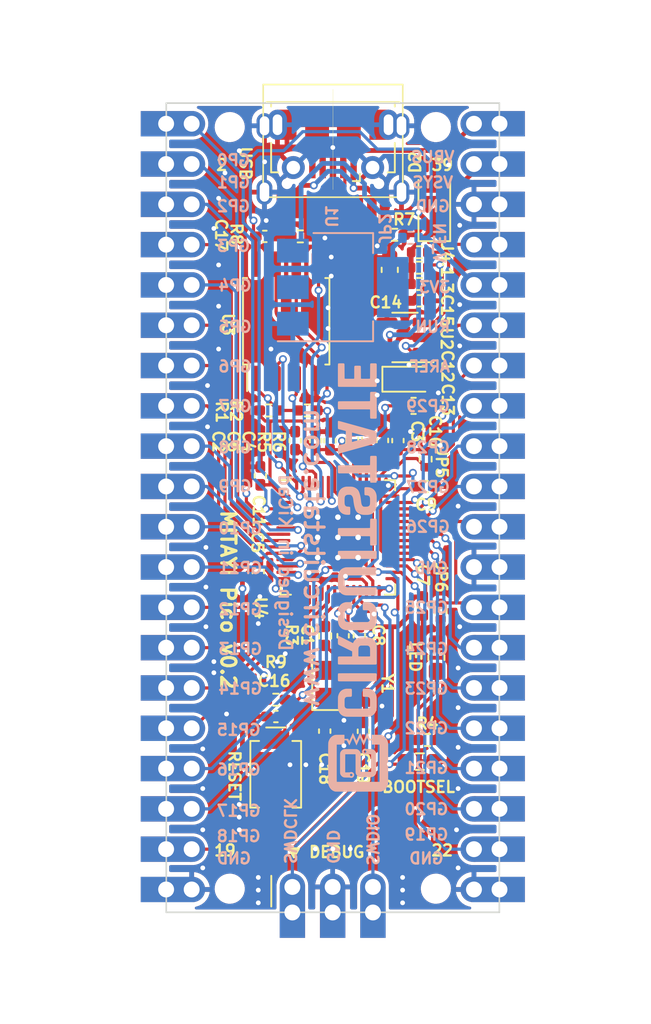
<source format=kicad_pcb>
(kicad_pcb (version 20211014) (generator pcbnew)
  (title_block (title "Mitayi Pico - PCB") (date "2021-08-26") (rev "0.2") (company "CIRCUITSTATE Electronics") (comment 1 "Designed by Vishnu Mohanan") (comment 2 "Copyright 2021 CIRCUITSTATE Electronics"))
  (layers (0 "F.Cu" signal) (31 "B.Cu" signal) (34 "B.Paste" user) (35 "F.Paste" user) (36 "B.SilkS" user "B.Silkscreen") (37 "F.SilkS" user "F.Silkscreen") (38 "B.Mask" user) (39 "F.Mask" user) (44 "Edge.Cuts" user))
  (net 0 "")
  (net 1 "+1V1")
  (net 2 "GND")
  (net 3 "+3V3")
  (net 4 "VBUS")
  (net 5 "Net-(C15-Pad1)")
  (net 6 "/RUN")
  (net 7 "/XIN")
  (net 8 "Net-(C19-Pad1)")
  (net 9 "Net-(D1-Pad1)")
  (net 10 "Net-(D1-Pad2)")
  (net 11 "/USB_D+")
  (net 12 "/USB_D-")
  (net 15 "/GPIO0")
  (net 16 "/GPIO1")
  (net 17 "/GPIO2")
  (net 18 "/GPIO3")
  (net 19 "/GPIO4")
  (net 20 "/GPIO5")
  (net 21 "/GPIO6")
  (net 22 "/GPIO7")
  (net 23 "/GPIO8")
  (net 24 "/GPIO9")
  (net 25 "/GPIO10")
  (net 26 "/GPIO11")
  (net 27 "/GPIO12")
  (net 28 "/GPIO13")
  (net 29 "/GPIO14")
  (net 30 "/GPIO15")
  (net 31 "/GPIO16")
  (net 32 "/GPIO17")
  (net 33 "/GPIO18")
  (net 34 "/V_EN")
  (net 35 "/~{USB_BOOT}")
  (net 36 "/AREF")
  (net 37 "/GPIO29")
  (net 38 "/GPIO28")
  (net 39 "/GPIO27")
  (net 40 "/GPIO26")
  (net 41 "/GPIO25")
  (net 42 "/GPIO24")
  (net 43 "/GPIO23")
  (net 44 "/GPIO22")
  (net 45 "/GPIO21")
  (net 46 "/GPIO20")
  (net 47 "/GPIO19")
  (net 48 "/SWCLK")
  (net 49 "/SWDIO")
  (net 50 "Net-(JP1-Pad2)")
  (net 51 "Net-(JP2-Pad1)")
  (net 52 "/QSPI_SS")
  (net 53 "/XOUT")
  (net 54 "/QSPI_SD1")
  (net 55 "/QSPI_SD2")
  (net 56 "/QSPI_SD0")
  (net 57 "/QSPI_SCLK")
  (net 58 "/QSPI_SD3")
  (net 59 "Net-(R5-Pad2)")
  (net 60 "Net-(R6-Pad2)")
  (net 61 "Net-(J1-PadB5)")
  (net 62 "Net-(J1-PadA5)")
  (net 64 "/VSYS")
  (footprint "Resistor_SMD:R_0402_1005Metric" (layer "F.Cu") (at 156.3 97.01 -90)
    (fp_text reference "JP6")
    (fp_text value "DEB_EN")
  )
  (footprint "Capacitor_SMD:C_0603_1608Metric_Pad1.08x0.95mm_HandSolder" (layer "F.Cu") (at 156.03 99.95 90)
    (fp_text reference "D1" hide)
    (fp_text value "DEBUG_LED")
  )
  (footprint "Capacitor_SMD:C_0402_1005Metric_Pad0.74x0.62mm_HandSolder" (layer "F.Cu") (at 148.99 104.58 -90)
    (fp_text reference "C18")
    (fp_text value "27p")
  )
  (footprint "Capacitor_SMD:C_0402_1005Metric_Pad0.74x0.62mm_HandSolder" (layer "F.Cu") (at 144.93 88.49 90)
    (fp_text reference "C11")
    (fp_text value "100n")
  )
  (footprint "Resistor_SMD:R_0603_1608Metric_Pad0.98x0.95mm_HandSolder" (layer "F.Cu") (at 154.99 106.5)
    (fp_text reference "J4" hide)
    (fp_text value "USB Boot")
  )
  (footprint "Resistor_SMD:R_0402_1005Metric" (layer "F.Cu") (at 154.97 76.4 180)
    (fp_text reference "JP3" hide)
    (fp_text value "VR1_BP")
  )
  (footprint "Capacitor_SMD:C_0603_1608Metric" (layer "F.Cu") (at 153.09 75.51 90)
    (fp_text reference "C14")
    (fp_text value "10u")
  )
  (footprint "Capacitor_SMD:C_0402_1005Metric_Pad0.74x0.62mm_HandSolder" (layer "F.Cu") (at 144.8 94.52 -90)
    (fp_text reference "C5")
    (fp_text value "100n")
  )
  (footprint "Capacitor_SMD:C_0402_1005Metric_Pad0.74x0.62mm_HandSolder" (layer "F.Cu") (at 153.605 86.27 90)
    (fp_text reference "C10")
    (fp_text value "100n")
  )
  (footprint "Capacitor_SMD:C_0402_1005Metric_Pad0.74x0.62mm_HandSolder" (layer "F.Cu") (at 145.91 103.66 180)
    (fp_text reference "C16")
    (fp_text value "1u")
  )
  (footprint "Resistor_SMD:R_0402_1005Metric_Pad0.72x0.64mm_HandSolder" (layer "F.Cu") (at 147.9 84.37)
    (fp_text reference "R2")
    (fp_text value "1k")
  )
  (footprint "Resistor_SMD:R_0402_1005Metric_Pad0.72x0.64mm_HandSolder" (layer "F.Cu") (at 155.47 105.14 180)
    (fp_text reference "R4")
    (fp_text value "470R")
  )
  (footprint "MountingHole:MountingHole_2.2mm_M2" (layer "F.Cu") (at 156 114.51)
    (fp_text reference "H3" hide)
    (fp_text value "MountingHole")
  )
  (footprint "Resistor_SMD:R_0402_1005Metric_Pad0.72x0.64mm_HandSolder" (layer "F.Cu") (at 149.02 98.58 -90)
    (fp_text reference "R3")
    (fp_text value "1k")
  )
  (footprint "Capacitor_SMD:C_0402_1005Metric_Pad0.74x0.62mm_HandSolder" (layer "F.Cu") (at 155.38 89.17)
    (fp_text reference "C9")
    (fp_text value "100n")
  )
  (footprint "Crystal:Crystal_SMD_3225-4Pin_3.2x2.5mm" (layer "F.Cu") (at 150.2 101.6)
    (fp_text reference "Y1")
    (fp_text value "ABLS-12.000MHZ-B4-T")
  )
  (footprint "CIRCUITSTATE-QFN:RP2040-QFN-56" (layer "F.Cu") (at 149.82 92.37)
    (fp_text reference "U4")
    (fp_text value "RP2040")
  )
  (footprint "Resistor_SMD:R_0402_1005Metric_Pad0.72x0.64mm_HandSolder" (layer "F.Cu") (at 150.725 86.25 -90)
    (fp_text reference "R5")
    (fp_text value "27R")
  )
  (footprint "Capacitor_SMD:C_0402_1005Metric_Pad0.74x0.62mm_HandSolder" (layer "F.Cu") (at 147.125 86.27 90)
    (fp_text reference "C2")
    (fp_text value "100n")
  )
  (footprint "Capacitor_SMD:C_0402_1005Metric_Pad0.74x0.62mm_HandSolder" (layer "F.Cu") (at 150.15 98.57 -90)
    (fp_text reference "C1")
    (fp_text value "100n")
  )
  (footprint "Package_SO:SOIC-8_5.23x5.23mm_P1.27mm" (layer "F.Cu") (at 146.56 78.75 90)
    (fp_text reference "U3")
    (fp_text value "W25Q128JVS")
  )
  (footprint "Capacitor_SMD:C_0402_1005Metric_Pad0.74x0.62mm_HandSolder" (layer "F.Cu") (at 149.32 86.275 90)
    (fp_text reference "C4")
    (fp_text value "1u")
  )
  (footprint "Resistor_SMD:R_0402_1005Metric_Pad0.72x0.64mm_HandSolder" (layer "F.Cu") (at 145.47 84.37)
    (fp_text reference "R1")
    (fp_text value "DNF")
  )
  (footprint "Capacitor_SMD:C_0402_1005Metric_Pad0.74x0.62mm_HandSolder" (layer "F.Cu") (at 152.63 86.26 90)
    (fp_text reference "C3")
    (fp_text value "1u")
  )
  (footprint "CIRCUITSTATE-Graphics:OSHW-Logo-4x3.6mm" (layer "F.Cu") (at 153.7 111.1 -90)
    (fp_text reference "G***" hide)
    (fp_text value "LOGO" hide)
  )
  (footprint "Capacitor_SMD:C_0402_1005Metric_Pad0.74x0.62mm_HandSolder" (layer "F.Cu") (at 145.21 73.4)
    (fp_text reference "C17")
    (fp_text value "100n")
  )
  (footprint "Resistor_SMD:R_0402_1005Metric" (layer "F.Cu") (at 154.95 75.37)
    (fp_text reference "JP1" hide)
    (fp_text value "VR1_IN")
  )
  (footprint "Connector_PinHeader_2.54mm:PinHeader_1x03_P2.54mm_Vertical" (layer "F.Cu") (at 146.95 114.4 90)
    (fp_text reference "J5" hide)
    (fp_text value "SWD")
  )
  (footprint "Resistor_SMD:R_0402_1005Metric_Pad0.72x0.64mm_HandSolder" (layer "F.Cu") (at 145.91 102.6)
    (fp_text reference "R9")
    (fp_text value "10K")
  )
  (footprint "Capacitor_SMD:C_0402_1005Metric_Pad0.74x0.62mm_HandSolder" (layer "F.Cu") (at 151.17 98.57 -90)
    (fp_text reference "C8")
    (fp_text value "100n")
  )
  (footprint "Capacitor_SMD:C_0402_1005Metric_Pad0.74x0.62mm_HandSolder" (layer "F.Cu") (at 155.2 96.69 -90)
    (fp_text reference "C7")
    (fp_text value "100n")
  )
  (footprint "Capacitor_SMD:C_0603_1608Metric" (layer "F.Cu") (at 154.59 84.08)
    (fp_text reference "C13")
    (fp_text value "10u")
  )
  (footprint "MountingHole:MountingHole_2.2mm_M2" (layer "F.Cu") (at 143 114.51)
    (fp_text reference "H2" hide)
    (fp_text value "MountingHole")
  )
  (footprint "CIRCUITSTATE_Connector_USB:Korean-Hroparts-Elec_TYPE-C-31-M-12" (layer "F.Cu") (at 149.51 66.43 180)
    (fp_text reference "J1" hide)
    (fp_text value "USB_C_Receptacle_USB2.0")
  )
  (footprint "Capacitor_SMD:C_0402_1005Metric_Pad0.74x0.62mm_HandSolder" (layer "F.Cu") (at 154.97 77.46)
    (fp_text reference "C15")
    (fp_text value "470pF")
  )
  (footprint "Resistor_SMD:R_0402_1005Metric" (layer "F.Cu") (at 154.95 74.4)
    (fp_text reference "JP4" hide)
    (fp_text value "VR1_CE")
  )
  (footprint "Resistor_SMD:R_0402_1005Metric_Pad0.72x0.64mm_HandSolder" (layer "F.Cu") (at 147.45 73.4 180)
    (fp_text reference "R8")
    (fp_text value "5.1K")
  )
  (footprint "Diode_SMD:D_SOD-123F" (layer "F.Cu") (at 155.9 71.5 90)
    (fp_text reference "D2")
    (fp_text value "MBR1020VL")
  )
  (footprint "MountingHole:MountingHole_2.2mm_M2" (layer "F.Cu") (at 156 66.51)
    (fp_text reference "H4" hide)
    (fp_text value "MountingHole")
  )
  (footprint "Connector_USB:USB_Micro-B_Molex-105017-0001" (layer "F.Cu") (at 149.51 67.6 180)
    (fp_text reference "J6" hide)
    (fp_text value "USB_B_Micro")
  )
  (footprint "MountingHole:MountingHole_2.2mm_M2" (layer "F.Cu") (at 143 66.51)
    (fp_text reference "H1" hide)
    (fp_text value "MountingHole")
  )
  (footprint "CIRCUITSTATE_Switch_SMD:CK_SW_SPST_UK-B0273-SP25Y" (layer "F.Cu") (at 145.9 107.3 -90)
    (fp_text reference "SW1" hide)
    (fp_text value "Reset")
  )
  (footprint "Capacitor_SMD:C_0402_1005Metric_Pad0.74x0.62mm_HandSolder" (layer "F.Cu") (at 151.43 104.59 -90)
    (fp_text reference "C19")
    (fp_text value "27p")
  )
  (footprint "Capacitor_SMD:C_0402_1005Metric_Pad0.74x0.62mm_HandSolder" (layer "F.Cu") (at 148.42 86.27 90)
    (fp_text reference "C6")
    (fp_text value "100n")
  )
  (footprint "Resistor_SMD:R_0402_1005Metric_Pad0.72x0.64mm_HandSolder" (layer "F.Cu") (at 151.725 86.25 -90)
    (fp_text reference "R6")
    (fp_text value "27R")
  )
  (footprint "CIRCUITSTATE-Connector-Pin-Headers:PinHeader_1x20_2H_P2.54mm_Vertical" (layer "F.Cu") (at 140.6 66.3)
    (fp_text reference "J2" hide)
    (fp_text value "Header_1")
  )
  (footprint "Capacitor_Tantalum_SMD:CP_EIA-2012-12_Kemet-R" (layer "F.Cu") (at 154.335 82.4)
    (fp_text reference "C12")
    (fp_text value "2.2uF")
  )
  (footprint "Resistor_SMD:R_0402_1005Metric" (layer "F.Cu") (at 155.35 87.44 -90)
    (fp_text reference "JP5")
    (fp_text value "AREF")
  )
  (footprint "Resistor_SMD:R_0402_1005Metric_Pad0.72x0.64mm_HandSolder" (layer "F.Cu") (at 153.4 73.3)
    (fp_text reference "R7")
    (fp_text value "5.1K")
  )
  (footprint "Package_TO_SOT_SMD:SOT-23-5" (layer "F.Cu") (at 154.05 79.77 180)
    (fp_text reference "U2")
    (fp_text value "MIC5219-3.3YM5")
  )
  (footprint "Package_TO_SOT_SMD:SOT-223-3_TabPin2" (layer "B.Cu") (at 150.13 76.6)
    (fp_text reference "U1")
    (fp_text value "NCP1117-3.3_SOT223")
  )
  (footprint "CIRCUITSTATE-Graphics:Circuitstate-Logomark-27x3.8mm" (layer "B.Cu") (at 151.1 94.9 90)
    (fp_text reference "G***" hide)
    (fp_text value "LOGO" hide)
  )
  (footprint "Resistor_SMD:R_0402_1005Metric" (layer "B.Cu") (at 154.4 73.49)
    (fp_text reference "JP2")
    (fp_text value "VR2_OUT")
  )
  (footprint "CIRCUITSTATE-Connector-Pin-Headers:PinHeader_1x20_2H_P2.54mm_Vertical" (layer "B.Cu") (at 158.4 66.3 180)
    (fp_text reference "J3" hide)
    (fp_text value "Header_2")
  )
  (gr_line (start 139 65) (end 160 65) (layer "Edge.Cuts") (width 0.1))
  (gr_line (start 160 116) (end 139 116) (layer "Edge.Cuts") (width 0.1))
  (gr_line (start 160 65) (end 160 116) (layer "Edge.Cuts") (width 0.1))
  (gr_line (start 139 116) (end 139 65) (layer "Edge.Cuts") (width 0.1))
  (gr_text "GP18" (at 142.1 111.2) (layer "B.SilkS") (effects (font (size 0.7 0.7)) (justify right mirror)))
  (gr_text "GP5" (at 142.2 79.1) (layer "B.SilkS") (effects (font (size 0.7 0.7)) (justify right mirror)))
  (gr_text "GP24" (at 155.4 99.4) (layer "B.SilkS") (effects (font (size 0.7 0.7)) (justify mirror)))
  (gr_text "SWDCLK" (at 146.8 108.7 270) (layer "B.SilkS") (effects (font (size 0.7 0.7)) (justify right mirror)))
  (gr_text "GND" (at 155.4 112.6) (layer "B.SilkS") (effects (font (size 0.7 0.7)) (justify mirror)))
  (gr_text "GP29" (at 155.5 84.1) (layer "B.SilkS") (effects (font (size 0.7 0.7)) (justify mirror)))
  (gr_text "GND" (at 155.8 71.5) (layer "B.SilkS") (effects (font (size 0.7 0.7)) (justify mirror)))
  (gr_text "GND" (at 155.7 94.3) (layer "B.SilkS") (effects (font (size 0.7 0.7)) (justify mirror)))
  (gr_text "VSYS" (at 155.8 70) (layer "B.SilkS") (effects (font (size 0.7 0.7)) (justify mirror)))
  (gr_text "GND" (at 149.5 110.7 270) (layer "B.SilkS") (effects (font (size 0.7 0.7)) (justify right mirror)))
  (gr_text "GP1" (at 142.1 70) (layer "B.SilkS") (effects (font (size 0.7 0.7)) (justify right mirror)))
  (gr_text "AREF" (at 155.6 81.6) (layer "B.SilkS") (effects (font (size 0.7 0.7)) (justify mirror)))
  (gr_text "GP13" (at 142.2 99.4) (layer "B.SilkS") (effects (font (size 0.7 0.7)) (justify right mirror)))
  (gr_text "GP0" (at 142.1 68.6) (layer "B.SilkS") (effects (font (size 0.7 0.7)) (justify right mirror)))
  (gr_text "VBUS" (at 155.8 68.4) (layer "B.SilkS") (effects (font (size 0.7 0.7)) (justify mirror)))
  (gr_text "www.circuitstate.com" (at 148.3 84.1 270) (layer "B.SilkS") (effects (font (size 1.2 1.2) (thickness 0.2)) (justify right mirror)))
  (gr_text "Designed in KiCad" (at 146.5 88.3 270) (layer "B.SilkS") (effects (font (size 0.8 0.8)) (justify right mirror)))
  (gr_text "GP4" (at 142.2 76.5) (layer "B.SilkS") (effects (font (size 0.7 0.7)) (justify right mirror)))
  (gr_text "GND" (at 142.1 112.6) (layer "B.SilkS") (effects (font (size 0.7 0.7)) (justify right mirror)))
  (gr_text "GP27" (at 155.5 89.2) (layer "B.SilkS") (effects (font (size 0.7 0.7)) (justify mirror)))
  (gr_text "RUN" (at 155.8 79.1) (layer "B.SilkS") (effects (font (size 0.7 0.7)) (justify mirror)))
  (gr_text "GP11" (at 142.2 94.3) (layer "B.SilkS") (effects (font (size 0.7 0.7)) (justify right mirror)))
  (gr_text "GP7" (at 142.2 84.1) (layer "B.SilkS") (effects (font (size 0.7 0.7)) (justify right mirror)))
  (gr_text "GP25" (at 155.4 96.8) (layer "B.SilkS") (effects (font (size 0.7 0.7)) (justify mirror)))
  (gr_text "GP16" (at 142.1 107) (layer "B.SilkS") (effects (font (size 0.7 0.7)) (justify right mirror)))
  (gr_text "GP22" (at 155.4 104.4) (layer "B.SilkS") (effects (font (size 0.7 0.7)) (justify mirror)))
  (gr_text "3V3" (at 155.9 76.6) (layer "B.SilkS") (effects (font (size 0.7 0.7)) (justify mirror)))
  (gr_text "GP2" (at 142.1 71.5) (layer "B.SilkS") (effects (font (size 0.7 0.7)) (justify right mirror)))
  (gr_text "GP26" (at 155.5 91.7) (layer "B.SilkS") (effects (font (size 0.7 0.7)) (justify mirror)))
  (gr_text "GP6" (at 142.2 81.6) (layer "B.SilkS") (effects (font (size 0.7 0.7)) (justify right mirror)))
  (gr_text "GP20" (at 155.4 109.5) (layer "B.SilkS") (effects (font (size 0.7 0.7)) (justify mirror)))
  (gr_text "GP12" (at 142.2 96.9) (layer "B.SilkS") (effects (font (size 0.7 0.7)) (justify right mirror)))
  (gr_text "GP17" (at 142.1 109.6) (layer "B.SilkS") (effects (font (size 0.7 0.7)) (justify right mirror)))
  (gr_text "GP19" (at 155.4 111.1) (layer "B.SilkS") (effects (font (size 0.7 0.7)) (justify mirror)))
  (gr_text "GP28" (at 155.5 86.7) (layer "B.SilkS") (effects (font (size 0.7 0.7)) (justify mirror)))
  (gr_text "GP21" (at 155.4 106.9) (layer "B.SilkS") (effects (font (size 0.7 0.7)) (justify mirror)))
  (gr_text "SWDIO" (at 152 109.7 270) (layer "B.SilkS") (effects (font (size 0.7 0.7)) (justify right mirror)))
  (gr_text "GP8" (at 142.2 86.7) (layer "B.SilkS") (effects (font (size 0.7 0.7)) (justify right mirror)))
  (gr_text "GP10" (at 142.2 91.8) (layer "B.SilkS") (effects (font (size 0.7 0.7)) (justify right mirror)))
  (gr_text "GP9" (at 142.2 89.15) (layer "B.SilkS") (effects (font (size 0.7 0.7)) (justify right mirror)))
  (gr_text "V_EN" (at 156.2 73.8 270) (layer "B.SilkS") (effects (font (size 0.7 0.7)) (justify mirror)))
  (gr_text "GP23" (at 155.4 101.9) (layer "B.SilkS") (effects (font (size 0.7 0.7)) (justify mirror)))
  (gr_text "GP15" (at 142.1 104.5) (layer "B.SilkS") (effects (font (size 0.7 0.7)) (justify right mirror)))
  (gr_text "GP14" (at 142.2 101.9) (layer "B.SilkS") (effects (font (size 0.7 0.7)) (justify right mirror)))
  (gr_text "GP3" (at 142.1 74) (layer "B.SilkS") (effects (font (size 0.7 0.7)) (justify right mirror)))
  (gr_text "BOOTSEL" (at 154.9 108.1) (layer "F.SilkS") (effects (font (size 0.7 0.7))))
  (gr_text "J4.1.3" (at 156.7 75.4 270) (layer "F.SilkS") (effects (font (size 0.7 0.7))))
  (gr_text "39" (at 156.4 68.9) (layer "F.SilkS") (effects (font (size 0.7 0.7))))
  (gr_text "MITAYI Pico v0.2" (at 142.9 96.3 270) (layer "F.SilkS") (effects (font (size 0.9 0.9) (thickness 0.2))))
  (gr_text "22" (at 156.4 112.1) (layer "F.SilkS") (effects (font (size 0.7 0.7))))
  (gr_text "2" (at 142.5 68.9) (layer "F.SilkS") (effects (font (size 0.7 0.7))))
  (gr_text "19" (at 142.7 112.1) (layer "F.SilkS") (effects (font (size 0.7 0.7))))
  (gr_text "USB" (at 144 68.8 270) (layer "F.SilkS") (effects (font (size 0.7 0.7))))
  (gr_text "LED" (at 154.7 99.9 270) (layer "F.SilkS") (effects (font (size 0.7 0.7))))
  (gr_text "▼ DEBUG" (at 149.05 112.2) (layer "F.SilkS") (effects (font (size 0.7 0.7))))
  (gr_text "RESET" (at 143.3 107.4 270) (layer "F.SilkS") (effects (font (size 0.7 0.7))))
  (segment (start 152 94.20376) (end 152 90.1) (width 0.2) (layer "F.Cu") (net 1))
  (segment (start 152.3495 94.55326) (end 152 94.20376) (width 0.2) (layer "F.Cu") (net 1))
  (segment (start 149.62 88.02) (end 149.245263 87.645263) (width 0.2) (layer "F.Cu") (net 1))
  (segment (start 151.62 88.9325) (end 151.62 88.08) (width 0.2) (layer "F.Cu") (net 1))
  (segment (start 152 90.1) (end 151.743321 89.843321) (width 0.2) (layer "F.Cu") (net 1))
  (segment (start 149.985983 89.843321) (end 151.62 89.843321) (width 0.2) (layer "F.Cu") (net 1))
  (segment (start 150.458234 97.694266) (end 150.458234 97.250347) (width 0.2) (layer "F.Cu") (net 1))
  (segment (start 151.62 89.843321) (end 151.62 88.9325) (width 0.2) (layer "F.Cu") (net 1))
  (segment (start 150.42 96.904006) (end 150.516352 97.000358) (width 0.2) (layer "F.Cu") (net 1))
  (segment (start 150.15 98.0025) (end 150.458234 97.694266) (width 0.2) (layer "F.Cu") (net 1))
  (segment (start 150.42 95.8075) (end 150.42 96.904006) (width 0.2) (layer "F.Cu") (net 1))
  (segment (start 149.62 88.9325) (end 149.62 88.02) (width 0.2) (layer "F.Cu") (net 1))
  (segment (start 151.743321 89.843321) (end 151.62 89.843321) (width 0.2) (layer "F.Cu") (net 1))
  (segment (start 149.62 89.477338) (end 149.985983 89.843321) (width 0.2) (layer "F.Cu") (net 1))
  (segment (start 148.122376 87.645263) (end 147.314613 86.8375) (width 0.2) (layer "F.Cu") (net 1))
  (segment (start 152.63 87.07) (end 152.63 86.8275) (width 0.2) (layer "F.Cu") (net 1))
  (segment (start 150.458234 97.250347) (end 150.516352 97.192229) (width 0.2) (layer "F.Cu") (net 1))
  (segment (start 150.516352 97.192229) (end 150.516352 97.000358) (width 0.2) (layer "F.Cu") (net 1))
  (segment (start 151.62 88.08) (end 152.63 87.07) (width 0.2) (layer "F.Cu") (net 1))
  (segment (start 149.245263 87.645263) (end 148.122376 87.645263) (width 0.2) (layer "F.Cu") (net 1))
  (segment (start 147.314613 86.8375) (end 147.125 86.8375) (width 0.2) (layer "F.Cu") (net 1))
  (segment (start 149.62 88.9325) (end 149.62 89.477338) (width 0.2) (layer "F.Cu") (net 1))
  (via (at 150.516352 97.000358) (size 0.5) (drill 0.3) (layers "F.Cu" "B.Cu") (net 1))
  (via (at 152.3495 94.55326) (size 0.5) (drill 0.3) (layers "F.Cu" "B.Cu") (net 1))
  (segment (start 153.15326 94.55326) (end 153.60048 95.00048) (width 0.2) (layer "B.Cu") (net 1))
  (segment (start 153.60048 95.00048) (end 153.60048 95.89952) (width 0.2) (layer "B.Cu") (net 1))
  (segment (start 153.350489 96.149511) (end 151.367199 96.149511) (width 0.2) (layer "B.Cu") (net 1))
  (segment (start 152.3495 94.55326) (end 153.15326 94.55326) (width 0.2) (layer "B.Cu") (net 1))
  (segment (start 153.60048 95.89952) (end 153.350489 96.149511) (width 0.2) (layer "B.Cu") (net 1))
  (segment (start 151.367199 96.149511) (end 150.516352 97.000358) (width 0.2) (layer "B.Cu") (net 1))
  (segment (start 145.8 80.3) (end 145.6 80.5) (width 0.2) (layer "F.Cu") (net 2))
  (segment (start 155.9475 88.525388) (end 155.9475 89.17) (width 0.2) (layer "F.Cu") (net 2))
  (segment (start 148.82 95.8075) (end 148.82 95.274318) (width 0.2) (layer "F.Cu") (net 2))
  (segment (start 148.465 82.35) (end 148.465 81.765) (width 0.2) (layer "F.Cu") (net 2))
  (segment (start 148.465 81.765) (end 147 80.3) (width 0.2) (layer "F.Cu") (net 2))
  (segment (start 155.365 84.08) (end 155.365 82.5425) (width 0.2) (layer "F.Cu") (net 2))
  (segment (start 156.236444 88.236444) (end 155.9475 88.525388) (width 0.2) (layer "F.Cu") (net 2))
  (segment (start 147 80.3) (end 145.8 80.3) (width 0.2) (layer "F.Cu") (net 2))
  (segment (start 155.365 82.5425) (end 155.2225 82.4) (width 0.2) (layer "F.Cu") (net 2))
  (segment (start 148.145682 94.6) (end 148 94.6) (width 0.2) (layer "F.Cu") (net 2))
  (segment (start 148.82 95.274318) (end 148.145682 94.6) (width 0.2) (layer "F.Cu") (net 2))
  (via (at 149 73.5) (size 0.5) (drill 0.3) (layers "F.Cu" "B.Cu") (net 2))
  (via (at 141.5 93) (size 0.5) (drill 0.3) (layers "F.Cu" "B.Cu") (net 2))
  (via (at 142.3 80.5) (size 0.5) (drill 0.3) (layers "F.Cu" "B.Cu") (net 2))
  (via (at 146.5 99.7) (size 0.5) (drill 0.3) (layers "F.Cu" "B.Cu") (net 2))
  (via (at 142.3 71) (size 0.5) (drill 0.3) (layers "F.Cu" "B.Cu") (net 2))
  (via (at 142.3 77.8) (size 0.5) (drill 0.3) (layers "F.Cu" "B.Cu") (net 2))
  (via (at 154.3 81.5) (size 0.5) (drill 0.3) (layers "F.Cu" "B.Cu") (net 2))
  (via (at 147.8 106.7) (size 0.5) (drill 0.3) (layers "F.Cu" "B.Cu") (net 2))
  (via (at 149.5 112) (size 0.5) (drill 0.3) (layers "F.Cu" "B.Cu") (net 2))
  (via (at 148.4 112) (size 0.5) (drill 0.3) (layers "F.Cu" "B.Cu") (net 2))
  (via (at 142 100.2) (size 0.5) (drill 0.3) (layers "F.Cu" "B.Cu") (net 2))
  (via (at 156.1505 83.261588) (size 0.5) (drill 0.3) (layers "F.Cu" "B.Cu") (net 2))
  (via (at 156.8 68.9) (size 0.5) (drill 0.3) (layers "F.Cu" "B.Cu") (net 2))
  (via (at 144.8 113.8) (size 0.5) (drill 0.3) (layers "F.Cu" "B.Cu") (net 2))
  (via (at 152.6 103) (size 0.5) (drill 0.3) (layers "F.Cu" "B.Cu") (net 2))
  (via (at 157.4 113.2) (size 0.5) (drill 0.3) (layers "F.Cu" "B.Cu") (net 2))
  (via (at 149.4 74.7) (size 0.5) (drill 0.3) (layers "F.Cu" "B.Cu") (net 2))
  (via (at 145.3 72.4) (size 0.5) (drill 0.3) (layers "F.Cu" "B.Cu") (net 2))
  (via (at 154.4 85.7) (size 0.5) (drill 0.3) (layers "F.Cu" "B.Cu") (net 2))
  (via (at 157.4 105.6) (size 0.5) (drill 0.3) (layers "F.Cu" "B.Cu") (net 2))
  (via (at 144.8 97.8) (size 0.5) (drill 0.3) (layers "F.Cu" "B.Cu") (net 2))
  (via (at 152.3 82.5) (size 0.5) (drill 0.3) (layers "F.Cu" "B.Cu") (net 2))
  (via (at 152.3 74) (size 0.5) (drill 0.3) (layers "F.Cu" "B.Cu") (net 2))
  (via (at 142.8 103.5) (size 0.5) (drill 0.3) (layers "F.Cu" "B.Cu") (net 2))
  (via (at 144.9 96.1) (size 0.5) (drill 0.3) (layers "F.Cu" "B.Cu") (net 2))
  (via (at 144.8 115.4) (size 0.5) (drill 0.3) (layers "F.Cu" "B.Cu") (net 2))
  (via (at 142 100.9) (size 0.5) (drill 0.3) (layers "F.Cu" "B.Cu") (net 2))
  (via (at 156.236444 88.236444) (size 0.5) (drill 0.3) (layers "F.Cu" "B.Cu") (net 2))
  (via (at 150.2 105.5) (size 0.5) (drill 0.3) (layers "F.Cu" "B.Cu") (net 2))
  (via (at 146.8 106.7) (size 0.5) (drill 0.3) (layers "F.Cu" "B.Cu") (net 2))
  (via (at 142.7 69.4) (size 0.5) (drill 0.3) (layers "F.Cu" "B.Cu") (net 2))
  (via (at 146.1 86) (size 0.5) (drill 0.3) (layers "F.Cu" "B.Cu") (net 2))
  (via (at 143.6 110.8) (size 0.5) (drill 0.3) (layers "F.Cu" "B.Cu") (net 2))
  (via (at 145.2 68.7) (size 0.5) (drill 0.3) (layers "F.Cu" "B.Cu") (net 2))
  (via (at 143.6 109.2) (size 0.5) (drill 0.3) (layers "F.Cu" "B.Cu") (net 2))
  (via (at 157.4 103.1) (size 0.5) (drill 0.3) (layers "F.Cu" "B.Cu") (net 2))
  (via (at 157.3 110.8) (size 0.5) (drill 0.3) (layers "F.Cu" "B.Cu") (net 2))
  (via (at 141.5 95.5) (size 0.5) (drill 0.3) (layers "F.Cu" "B.Cu") (net 2))
  (via (at 141.3 110.8) (size 0.5) (drill 0.3) (layers "F.Cu" "B.Cu") (net 2))
  (via (at 149.2 79.2) (size 0.5) (drill 0.3) (layers "F.Cu" "B.Cu") (net 2))
  (via (at 150.6 112) (size 0.5) (drill 0.3) (layers "F.Cu" "B.Cu") (net 2))
  (via (at 157.4 100.6) (size 0.5) (drill 0.3) (layers "F.Cu" "B.Cu") (net 2))
  (via (at 146 100.2) (size 0.5) (drill 0.3) (layers "F.Cu" "B.Cu") (net 2))
  (via (at 142.3 75.2) (size 0.5) (drill 0.3) (layers "F.Cu" "B.Cu") (net 2))
  (via (at 157.4 90.4) (size 0.5) (drill 0.3) (layers "F.Cu" "B.Cu") (net 2))
  (via (at 144.8 114.6) (size 0.5) (drill 0.3) (layers "F.Cu" "B.Cu") (net 2))
  (via (at 141.6 82.8) (size 0.5) (drill 0.3) (layers "F.Cu" "B.Cu") (net 2))
  (via (at 150.2 103.9) (size 0.5) (drill 0.3) (layers "F.Cu" "B.Cu") (net 2))
  (via (at 156.272881 86.572881) (size 0.5) (drill 0.3) (layers "F.Cu" "B.Cu") (net 2))
  (via (at 149.4 75.9) (size 0.5) (drill 0.3) (layers "F.Cu" "B.Cu") (net 2))
  (via (at 145.6 80.5) (size 0.5) (drill 0.3) (layers "F.Cu" "B.Cu") (net 2))
  (via (at 149.2 77.9) (size 0.5) (drill 0.3) (layers "F.Cu" "B.Cu") (net 2))
  (via (at 143.6 110) (size 0.5) (drill 0.3) (layers "F.Cu" "B.Cu") (net 2))
  (via (at 157.5 77.7) (size 0.5) (drill 0.3) (layers "F.Cu" "B.Cu") (net 2))
  (via (at 153.9 115.4) (size 0.5) (drill 0.3) (layers "F.Cu" "B.Cu") (net 2))
  (via (at 149.5 67.8) (size 0.5) (drill 0.3) (layers "F.Cu" "B.Cu") (net 2))
  (via (at 153 89.1) (size 0.5) (drill 0.3) (layers "F.Cu" "B.Cu") (net 2))
  (via (at 148.8 106.7) (size 0.5) (drill 0.3) (layers "F.Cu" "B.Cu") (net 2))
  (via (at 142 72.9) (size 0.5) (drill 0.3) (layers "F.Cu" "B.Cu") (net 2))
  (via (at 141.3 105.7) (size 0.5) (drill 0.3) (layers "F.Cu" "B.Cu") (net 2))
  (via (at 148 94.6) (size 0.5) (drill 0.3) (layers "F.Cu" "B.Cu") (net 2))
  (via (at 157.5 98) (size 0.5) (drill 0.3) (layers "F.Cu" "B.Cu") (net 2))
  (via (at 143.6 68) (size 0.5) (drill 0.3) (layers "F.Cu" "B.Cu") (net 2))
  (via (at 141.5 98) (size 0.5) (drill 0.3) (layers "F.Cu" "B.Cu") (net 2))
  (via (at 153.9 113.8) (size 0.5) (drill 0.3) (layers "F.Cu" "B.Cu") (net 2))
  (via (at 141.3 108.2) (size 0.5) (drill 0.3) (layers "F.Cu" "B.Cu") (net 2))
  (via (at 152.3 83.4) (size 0.5) (drill 0.3) (layers "F.Cu" "B.Cu") (net 2))
  (via (at 141.3 113.2) (size 0.5) (drill 0.3) (layers "F.Cu" "B.Cu") (net 2))
  (via (at 157.4 108.2) (size 0.5) (drill 0.3) (layers "F.Cu" "B.Cu") (net 2))
  (via (at 157.5 80.3) (size 0.5) (drill 0.3) (layers "F.Cu" "B.Cu") (net 2))
  (via (at 141.6 85.4) (size 0.5) (drill 0.3) (layers "F.Cu" "B.Cu") (net 2))
  (via (at 153.9 114.6) (size 0.5) (drill 0.3) (layers "F.Cu" "B.Cu") (net 2))
  (via (at 157.5 72.7) (size 0.5) (drill 0.3) (layers "F.Cu" "B.Cu") (net 2))
  (via (at 146.1 86.8) (size 0.5) (drill 0.3) (layers "F.Cu" "B.Cu") (net 2))
  (segment (start 156.3 86.6) (end 156.272881 86.572881) (width 0.2) (layer "B.Cu") (net 2))
  (segment (start 156.3 88.172888) (end 156.3 86.6) (width 0.2) (layer "B.Cu") (net 2))
  (segment (start 156.236444 88.236444) (end 156.3 88.172888) (width 0.2) (layer "B.Cu") (net 2))
  (segment (start 150 86.8425) (end 150 86.359617) (width 0.2) (layer "F.Cu") (net 3))
  (segment (start 149.826988 96.958723) (end 149.826988 97.170828) (width 0.2) (layer "F.Cu") (net 3))
  (segment (start 152.3 105.7) (end 152.3 104.5) (width 0.3) (layer "F.Cu") (net 3))
  (segment (start 143.8 106.6) (end 145 107.8) (width 0.3) (layer "F.Cu") (net 3))
  (segment (start 150.4 87.7) (end 150 87.3) (width 0.2) (layer "F.Cu") (net 3))
  (segment (start 153.1 80.5325) (end 152.9125 80.72) (width 0.3) (layer "F.Cu") (net 3))
  (segment (start 152.868837 87.550481) (end 153.249519 87.550481) (width 0.2) (layer "F.Cu") (net 3))
  (segment (start 150.02 88.9325) (end 150.42 88.9325) (width 0.2) (layer "F.Cu") (net 3))
  (segment (start 147.73452 86.15202) (end 148.42 86.8375) (width 0.2) (layer "F.Cu") (net 3))
  (segment (start 154.999511 86.579511) (end 155.35 86.93) (width 0.3) (layer "F.Cu") (net 3))
  (segment (start 145.67 89.0575) (end 146.3825 89.77) (width 0.2) (layer "F.Cu") (net 3))
  (segment (start 153.2 103.6) (end 153.2 98.105) (width 0.3) (layer "F.Cu") (net 3))
  (segment (start 152.52048 93.166162) (end 152.52048 89.81952) (width 0.2) (layer "F.Cu") (net 3))
  (segment (start 151.17 98.0025) (end 151.9025 98.0025) (width 0.3) (layer "F.Cu") (net 3))
  (segment (start 153.4475 82.4) (end 153.4475 83.7125) (width 0.3) (layer "F.Cu") (net 3))
  (segment (start 150.02 96.699608) (end 150.019023 96.700585) (width 0.2) (layer "F.Cu") (net 3))
  (segment (start 153.4475 83.7125) (end 153.815 84.08) (width 0.3) (layer "F.Cu") (net 3))
  (segment (start 155.351636 95.970864) (end 155.2 96.1225) (width 0.2) (layer "F.Cu") (net 3))
  (segment (start 145.153562 101.053562) (end 145.153562 102.441062) (width 0.3) (layer "F.Cu") (net 3))
  (segment (start 149.952115 96.833571) (end 149.952115 96.833596) (width 0.2) (layer "F.Cu") (net 3))
  (segment (start 151.9 98.5) (end 151.9 98.005) (width 0.2) (layer "F.Cu") (net 3))
  (segment (start 144.6425 75.1375) (end 144.655 75.15) (width 0.3) (layer "F.Cu") (net 3))
  (segment (start 144.93 89.0575) (end 145.67 89.0575) (width 0.2) (layer "F.Cu") (net 3))
  (segment (start 144.6425 73.4) (end 144.6425 75.1375) (width 0.2) (layer "F.Cu") (net 3))
  (segment (start 153.5975 98.0025) (end 154.4 97.2) (width 0.3) (layer "F.Cu") (net 3))
  (segment (start 151.9 98.005) (end 151.9025 98.0025) (width 0.2) (layer "F.Cu") (net 3))
  (segment (start 152.235006 89.77) (end 152.57 89.77) (width 0.2) (layer "F.Cu") (net 3))
  (segment (start 153.249519 87.550481) (end 153.605 87.195) (width 0.2) (layer "F.Cu") (net 3))
  (segment (start 152.02 89.554994) (end 152.235006 89.77) (width 0.2) (layer "F.Cu") (net 3))
  (segment (start 152.9125 81.865) (end 153.4475 82.4) (width 0.3) (layer "F.Cu") (net 3))
  (segment (start 153.815 84.08) (end 152.92 84.08) (width 0.2) (layer "F.Cu") (net 3))
  (segment (start 150.019021 96.76666) (end 150.019021 96.766665) (width 0.2) (layer "F.Cu") (net 3))
  (segment (start 155.2575 86.8375) (end 155.35 86.93) (width 0.2) (layer "F.Cu") (net 3))
  (segment (start 144.8725 84.6725) (end 145.23548 85.03548) (width 0.2) (layer "F.Cu") (net 3))
  (segment (start 149.315 86.8375) (end 149.32 86.8425) (width 0.2) (layer "F.Cu") (net 3))
  (segment (start 145 107.8) (end 150.2 107.8) (width 0.3) (layer "F.Cu") (net 3))
  (segment (start 153.2575 93.37) (end 152.724318 93.37) (width 0.2) (layer "F.Cu") (net 3))
  (segment (start 149.952115 96.833596) (end 149.826988 96.958723) (width 0.2) (layer "F.Cu") (net 3))
  (segment (start 143.8 95.6) (end 143.8 94.9525) (width 0.3) (layer "F.Cu") (net 3))
  (segment (start 144.8 93.9525) (end 145.3825 93.37) (width 0.2) (layer "F.Cu") (net 3))
  (segment (start 145.63798 85.03548) (end 147.53548 85.03548) (width 0.2) (layer "F.Cu") (net 3))
  (segment (start 154.6775 96.1225) (end 155.2 96.1225) (width 0.3) (layer "F.Cu") (net 3))
  (segment (start 144.93 89.0575) (end 145.53952 89.0575) (width 0.2) (layer "F.Cu") (net 3))
  (segment (start 150.02 95.8075) (end 150.02 96.699608) (width 0.2) (layer "F.Cu") (net 3))
  (segment (start 153.2575 93.37) (end 155.121636 93.37) (width 0.2) (layer "F.Cu") (net 3))
  (segment (start 152.02 88.9325) (end 152.02 88.399318) (width 0.2) (layer "F.Cu") (net 3))
  (segment (start 144.8725 84.37) (end 144.8725 84.6725) (width 0.2) (layer "F.Cu") (net 3))
  (segment (start 145.53952 85.13394) (end 145.63798 85.03548) (width 0.2) (layer "F.Cu") (net 3))
  (segment (start 149.32 86.8425) (end 150 86.8425) (width 0.2) (layer "F.Cu") (net 3))
  (segment (start 150.019021 96.766665) (end 149.952115 96.833571) (width 0.2) (layer "F.Cu") (net 3))
  (segment (start 154.4 96.4) (end 154.6775 96.1225) (width 0.3) (layer "F.Cu") (net 3))
  (segment (start 144.5 72.4) (end 144.5 73.2575) (width 0.2) (layer "F.Cu") (net 3))
  (segment (start 152.02 88.9325) (end 152.02 89.554994) (width 0.2) (layer "F.Cu") (net 3))
  (segment (start 152.52048 89.81952) (end 152.57 89.77) (width 0.2) (layer "F.Cu") (net 3))
  (segment (start 144.5 73.2575) (end 144.6425 73.4) (width 0.2) (layer "F.Cu") (net 3))
  (segment (start 148.42 86.8375) (end 149.315 86.8375) (width 0.2) (layer "F.Cu") (net 3))
  (segment (start 153.2575 89.77) (end 153.7275 89.3) (width 0.2) (layer "F.Cu") (net 3))
  (segment (start 153.815 84.08) (end 154.999511 85.264511) (width 0.3) (layer "F.Cu") (net 3))
  (segment (start 150.4 88.9125) (end 150.4 87.7) (width 0.2) (layer "F.Cu") (net 3))
  (segment (start 153.605 87.195) (end 153.605 86.8375) (width 0.2) (layer "F.Cu") (net 3))
  (segment (start 153.2 98.105) (end 153.0975 98.0025) (width 0.3) (layer "F.Cu") (net 3))
  (segment (start 155.351636 93.6) (end 155.351636 95.970864) (width 0.2) (layer "F.Cu") (net 3))
  (segment (start 152.724318 93.37) (end 152.52048 93.166162) (width 0.2) (layer "F.Cu") (net 3))
  (segment (start 143.8 103.4) (end 143.8 106.6) (width 0.3) (layer "F.Cu") (net 3))
  (segment (start 145.23548 85.03548) (end 145.63798 85.03548) (width 0.2) (layer "F.Cu") (net 3))
  (segment (start 152.5975 98.0025) (end 153.5975 98.0025) (width 0.3) (layer "F.Cu") (net 3))
  (segment (start 150.2 107.8) (end 152.3 105.7) (width 0.3) (layer "F.Cu") (net 3))
  (segment (start 153.7275 89.3) (end 154.6825 89.3) (width 0.2) (layer "F.Cu") (net 3))
  (segment (start 154.4 97.2) (end 154.4 96.4) (width 0.3) (layer "F.Cu") (net 3))
  (segment (start 152.02 88.399318) (end 152.868837 87.550481) (width 0.2) (layer "F.Cu") (net 3))
  (segment (start 145.153562 102.441062) (end 145.3125 102.6) (width 0.3) (layer "F.Cu") (net 3))
  (segment (start 150 86.359617) (end 150.078395 86.281222) (width 0.2) (layer "F.Cu") (net 3))
  (segment (start 150.42 88.9325) (end 150.4 88.9125) (width 0.2) (layer "F.Cu") (net 3))
  (segment (start 147.73452 85.23452) (end 147.73452 86.15202) (width 0.2) (layer "F.Cu") (net 3))
  (segment (start 153.1 79.6) (end 153.1 80.5325) (width 0.3) (layer "F.Cu") (net 3))
  (segment (start 152.9125 80.72) (end 152.9125 81.865) (width 0.3) (layer "F.Cu") (net 3))
  (segment (start 145.3125 102.6) (end 144.6 102.6) (width 0.3) (layer "F.Cu") (net 3))
  (segment (start 153.0975 98.0025) (end 152.5975 98.0025) (width 0.3) (layer "F.Cu") (net 3))
  (segment (start 150 87.3) (end 150 86.8425) (width 0.2) (layer "F.Cu") (net 3))
  (segment (start 153.605 86.8375) (end 155.2575 86.8375) (width 0.2) (layer "F.Cu") (net 3))
  (segment (start 145.53952 89.0575) (end 145.53952 85.13394) (width 0.2) (layer "F.Cu") (net 3))
  (segment (start 150.019023 96.700585) (end 150.019024 96.766657) (width 0.2) (layer "F.Cu") (net 3))
  (segment (start 151.9025 98.0025) (end 152.5975 98.0025) (width 0.3) (layer "F.Cu") (net 3))
  (segment (start 152.57 89.77) (end 153.2575 89.77) (width 0.2) (layer "F.Cu") (net 3))
  (segment (start 152.92 84.08) (end 152.8 84.2) (width 0.2) (layer "F.Cu") (net 3))
  (segment (start 147.53548 85.03548) (end 147.73452 85.23452) (width 0.2) (layer "F.Cu") (net 3))
  (segment (start 143.8 94.9525) (end 144.8 93.9525) (width 0.3) (layer "F.Cu") (net 3))
  (segment (start 152.3 104.5) (end 153.2 103.6) (width 0.3) (layer "F.Cu") (net 3))
  (segment (start 144.6 102.6) (end 143.8 103.4) (width 0.3) (layer "F.Cu") (net 3))
  (segment (start 150.019024 96.766657) (end 150.019021 96.76666) (width 0.2) (layer "F.Cu") (net 3))
  (segment (start 155.121636 93.37) (end 155.351636 93.6) (width 0.2) (layer "F.Cu") (net 3))
  (segment (start 154.999511 85.264511) (end 154.999511 86.579511) (width 0.3) (layer "F.Cu") (net 3))
  (segment (start 145.3825 93.37) (end 146.3825 93.37) (width 0.2) (layer "F.Cu") (net 3))
  (segment (start 154.6825 89.3) (end 154.8125 89.17) (width 0.2) (layer "F.Cu") (net 3))
  (via (at 145.153562 101.053562) (size 0.5) (drill 0.3) (layers "F.Cu" "B.Cu") (net 3))
  (via (at 153.1 79.6) (size 0.5) (drill 0.3) (layers "F.Cu" "B.Cu") (net 3))
  (via (at 143.8 95.6) (size 0.5) (drill 0.3) (layers "F.Cu" "B.Cu") (net 3))
  (via (at 144.5 72.4) (size 0.5) (drill 0.3) (layers "F.Cu" "B.Cu") (net 3))
  (via (at 152.8 84.2) (size 0.5) (drill 0.3) (layers "F.Cu" "B.Cu") (net 3))
  (via (at 150.078395 86.281222) (size 0.5) (drill 0.3) (layers "F.Cu" "B.Cu") (net 3))
  (via (at 149.826988 97.170828) (size 0.5) (drill 0.3) (layers "F.Cu" "B.Cu") (net 3))
  (via (at 151.9 98.5) (size 0.5) (drill 0.3) (layers "F.Cu" "B.Cu") (net 3))
  (segment (start 152.3 67.9) (end 151.2 66.8) (width 0.2) (layer "B.Cu") (net 3))
  (segment (start 158.4 76.4) (end 158.4 76.46) (width 0.3) (layer "B.Cu") (net 3))
  (segment (start 151.9 98.5) (end 151.15616 98.5) (width 0.2) (layer "B.Cu") (net 3))
  (segment (start 143.8 99.7) (end 143.8 95.6) (width 0.3) (layer "B.Cu") (net 3))
  (segment (start 151.2 66.8) (end 147.6 66.8) (width 0.2) (layer "B.Cu") (net 3))
  (segment (start 155.4 73.5) (end 155.7 73.2) (width 0.2) (layer "B.Cu") (net 3))
  (segment (start 146.4 68) (end 144.765 68) (width 0.2) (layer "B.Cu") (net 3))
  (segment (start 155.5 73.5) (end 158.4 76.4) (width 0.3) (layer "B.Cu") (net 3))
  (segment (start 154.91 73.49) (end 154.91 78.99) (width 0.3) (layer "B.Cu") (net 3))
  (segment (start 151.918778 86.281222) (end 152.8 85.4) (width 0.2) (layer "B.Cu") (net 3))
  (segment (start 154.91 78.99) (end 154.3 79.6) (width 0.3) (layer "B.Cu") (net 3))
  (segment (start 155.7 73.2) (end 155.7 68.7) (width 0.2) (layer "B.Cu") (net 3))
  (segment (start 151.15616 98.5) (end 149.826988 97.170828) (width 0.2) (layer "B.Cu") (net 3))
  (segment (start 145.153562 101.053562) (end 143.8 99.7) (width 0.3) (layer "B.Cu") (net 3))
  (segment (start 154.9 67.9) (end 152.3 67.9) (width 0.2) (layer "B.Cu") (net 3))
  (segment (start 150.078395 86.281222) (end 151.918778 86.281222) (width 0.2) (layer "B.Cu") (net 3))
  (segment (start 144.3 68.465) (end 144.3 72.2) (width 0.2) (layer "B.Cu") (net 3))
  (segment (start 154.3 79.6) (end 153.1 79.6) (width 0.3) (layer "B.Cu") (net 3))
  (segment (start 154.91 73.49) (end 154.92 73.5) (width 0.3) (layer "B.Cu") (net 3))
  (segment (start 155.7 68.7) (end 154.9 67.9) (width 0.2) (layer "B.Cu") (net 3))
  (segment (start 155.4 73.5) (end 155.5 73.5) (width 0.3) (layer "B.Cu") (net 3))
  (segment (start 144.765 68) (end 144.3 68.465) (width 0.2) (layer "B.Cu") (net 3))
  (segment (start 154.92 73.5) (end 155.4 73.5) (width 0.3) (layer "B.Cu") (net 3))
  (segment (start 147.6 66.8) (end 146.4 68) (width 0.2) (layer "B.Cu") (net 3))
  (segment (start 152.8 85.4) (end 152.8 84.2) (width 0.2) (layer "B.Cu") (net 3))
  (segment (start 144.3 72.2) (end 144.5 72.4) (width 0.2) (layer "B.Cu") (net 3))
  (segment (start 152.11 70.805978) (end 152.11 71.53) (width 0.3) (layer "F.Cu") (net 4))
  (segment (start 155.4 67.987989) (end 155.787989 67.987989) (width 0.3) (layer "F.Cu") (net 4))
  (segment (start 148.3 70.187002) (end 147.527998 70.187002) (width 0.3) (layer "F.Cu") (net 4))
  (segment (start 150.8095 70.355498) (end 151.65952 70.355498) (width 0.3) (layer "F.Cu") (net 4))
  (segment (start 151.409511 67.987989) (end 155.4 67.987989) (width 0.3) (layer "F.Cu") (net 4))
  (segment (start 155.9 68.1) (end 155.787989 67.987989) (width 0.3) (layer "F.Cu") (net 4))
  (segment (start 150.8095 69.063) (end 150.81 69.0625) (width 0.3) (layer "F.Cu") (net 4))
  (segment (start 150.81 69.0625) (end 150.81 68.5875) (width 0.3) (layer "F.Cu") (net 4))
  (segment (start 147.21 70.505) (end 147.21 71.53) (width 0.3) (layer "F.Cu") (net 4))
  (segment (start 156.712011 67.987989) (end 158.4 66.3) (width 0.3) (layer "F.Cu") (net 4))
  (segment (start 151.65952 70.355498) (end 152.11 70.805978) (width 0.3) (layer "F.Cu") (net 4))
  (segment (start 147.527998 70.187002) (end 147.21 70.505) (width 0.3) (layer "F.Cu") (net 4))
  (segment (start 150.81 68.5875) (end 151.409511 67.987989) (width 0.3) (layer "F.Cu") (net 4))
  (segment (start 150.8095 70.355498) (end 150.8095 69.063) (width 0.3) (layer "F.Cu") (net 4))
  (segment (start 155.787989 67.987989) (end 156.712011 67.987989) (width 0.3) (layer "F.Cu") (net 4))
  (segment (start 155.9 70.1) (end 155.9 68.1) (width 0.3) (layer "F.Cu") (net 4))
  (via (at 148.3 70.187002) (size 0.5) (drill 0.3) (layers "F.Cu" "B.Cu") (net 4))
  (via (at 150.8095 70.355498) (size 0.5) (drill 0.3) (layers "F.Cu" "B.Cu") (net 4))
  (segment (start 150.8095 70.1095) (end 150 69.3) (width 0.3) (layer "B.Cu") (net 4))
  (segment (start 150.8095 70.355498) (end 150.8095 70.1095) (width 0.3) (layer "B.Cu") (net 4))
  (segment (start 150 69.3) (end 149.187002 69.3) (width 0.3) (layer "B.Cu") (net 4))
  (segment (start 149.187002 69.3) (end 148.3 70.187002) (width 0.3) (layer "B.Cu") (net 4))
  (segment (start 152.9125 78.3875) (end 153.84 77.46) (width 0.3) (layer "F.Cu") (net 5))
  (segment (start 152.9125 78.82) (end 152.9125 78.3875) (width 0.3) (layer "F.Cu") (net 5))
  (segment (start 154.42 77.46) (end 155.48 76.4) (width 0.3) (layer "F.Cu") (net 5))
  (segment (start 153.84 77.46) (end 154.4025 77.46) (width 0.3) (layer "F.Cu") (net 5))
  (segment (start 154.4025 77.46) (end 154.42 77.46) (width 0.3) (layer "F.Cu") (net 5))
  (segment (start 146.4775 104.5475) (end 145.9 105.125) (width 0.2) (layer "F.Cu") (net 6))
  (segment (start 156.7 79.7) (end 157.4 79) (width 0.2) (layer "F.Cu") (net 6))
  (segment (start 151.345682 95) (end 151.62 95.274318) (width 0.2) (layer "F.Cu") (net 6))
  (segment (start 150.3 94.81902) (end 150.48098 95) (width 0.2) (layer "F.Cu") (net 6))
  (segment (start 156.4 84.7) (end 156.7 84.4) (width 0.2) (layer "F.Cu") (net 6))
  (segment (start 147.3 102.6) (end 146.5075 102.6) (width 0.2) (layer "F.Cu") (net 6))
  (segment (start 151.62 95.274318) (end 151.62 95.8075) (width 0.2) (layer "F.Cu") (net 6))
  (segment (start 150.48098 95) (end 151.345682 95) (width 0.2) (layer "F.Cu") (net 6))
  (segment (start 146.5075 103.63) (end 146.4775 103.66) (width 0.2) (layer "F.Cu") (net 6))
  (segment (start 146.4775 103.66) (end 146.4775 104.5475) (width 0.2) (layer "F.Cu") (net 6))
  (segment (start 146.5075 102.6) (end 146.5075 103.63) (width 0.2) (layer "F.Cu") (net 6))
  (segment (start 156.7 84.4) (end 156.7 79.7) (width 0.2) (layer "F.Cu") (net 6))
  (segment (start 147.6 102.3) (end 147.3 102.6) (width 0.2) (layer "F.Cu") (net 6))
  (segment (start 157.4 79) (end 158.4 79) (width 0.2) (layer "F.Cu") (net 6))
  (via (at 147.6 102.3) (size 0.5) (drill 0.3) (layers "F.Cu" "B.Cu") (net 6))
  (via (at 150.3 94.81902) (size 0.5) (drill 0.3) (layers "F.Cu" "B.Cu") (net 6))
  (via (at 156.4 84.7) (size 0.5) (drill 0.3) (layers "F.Cu" "B.Cu") (net 6))
  (segment (start 148.7 95.534994) (end 149.415974 94.81902) (width 0.2) (layer "B.Cu") (net 6))
  (segment (start 154 88.877127) (end 152.3 90.577127) (width 0.2) (layer "B.Cu") (net 6))
  (segment (start 148.7 101.2) (end 148.7 95.534994) (width 0.2) (layer "B.Cu") (net 6))
  (segment (start 151.18098 94.81902) (end 150.3 94.81902) (width 0.2) (layer "B.Cu") (net 6))
  (segment (start 149.415974 94.81902) (end 150.3 94.81902) (width 0.2) (layer "B.Cu") (net 6))
  (segment (start 147.6 102.3) (end 148.7 101.2) (width 0.2) (layer "B.Cu") (net 6))
  (segment (start 152.3 90.577127) (end 152.3 93.7) (width 0.2) (layer "B.Cu") (net 6))
  (segment (start 156.4 84.8) (end 154 87.2) (width 0.2) (layer "B.Cu") (net 6))
  (segment (start 152.3 93.7) (end 151.18098 94.81902) (width 0.2) (layer "B.Cu") (net 6))
  (segment (start 154 87.2) (end 154 88.877127) (width 0.2) (layer "B.Cu") (net 6))
  (segment (start 156.4 84.7) (end 156.4 84.8) (width 0.2) (layer "B.Cu") (net 6))
  (segment (start 148.99 102.56) (end 149.1 102.45) (width 0.2) (layer "F.Cu") (net 7))
  (segment (start 148.900978 102.45) (end 148 101.549022) (width 0.2) (layer "F.Cu") (net 7))
  (segment (start 148 97.655699) (end 149.22 96.435699) (width 0.2) (layer "F.Cu") (net 7))
  (segment (start 149.22 96.435699) (end 149.22 95.8075) (width 0.2) (layer "F.Cu") (net 7))
  (segment (start 148.99 104.0125) (end 148.99 102.56) (width 0.2) (layer "F.Cu") (net 7))
  (segment (start 149.1 102.45) (end 148.900978 102.45) (width 0.2) (layer "F.Cu") (net 7))
  (segment (start 148 101.549022) (end 148 97.655699) (width 0.2) (layer "F.Cu") (net 7))
  (segment (start 150.2 101.549022) (end 151.100978 102.45) (width 0.2) (layer "F.Cu") (net 8))
  (segment (start 151.5 102.65) (end 151.3 102.45) (width 0.2) (layer "F.Cu") (net 8))
  (segment (start 151.43 104.0225) (end 151.5 103.9525) (width 0.2) (layer "F.Cu") (net 8))
  (segment (start 149.02 99.1775) (end 149.692989 99.850489) (width 0.2) (layer "F.Cu") (net 8))
  (segment (start 151.5 103.9525) (end 151.5 102.65) (width 0.2) (layer "F.Cu") (net 8))
  (segment (start 150.099511 99.850489) (end 150.2 99.950978) (width 0.2) (layer "F.Cu") (net 8))
  (segment (start 151.100978 102.45) (end 151.3 102.45) (width 0.2) (layer "F.Cu") (net 8))
  (segment (start 150.2 99.950978) (end 150.2 101.549022) (width 0.2) (layer "F.Cu") (net 8))
  (segment (start 149.692989 99.850489) (end 150.099511 99.850489) (width 0.2) (layer "F.Cu") (net 8))
  (segment (start 156.03 102.07) (end 156.03 100.8125) (width 0.2) (layer "F.Cu") (net 9))
  (segment (start 154.8725 103.2275) (end 156.03 102.07) (width 0.2) (layer "F.Cu") (net 9))
  (segment (start 154.8725 105.14) (end 154.8725 103.2275) (width 0.2) (layer "F.Cu") (net 9))
  (segment (start 156.3 97.52) (end 156.3 98.8175) (width 0.2) (layer "F.Cu") (net 10))
  (segment (start 156.3 98.8175) (end 156.03 99.0875) (width 0.2) (layer "F.Cu") (net 10))
  (segment (start 149.082843 72.8) (end 149.464022 72.8) (width 0.2) (layer "F.Cu") (net 11))
  (segment (start 148.818579 72.618579) (end 148.941422 72.741422) (width 0.2) (layer "F.Cu") (net 11))
  (segment (start 149.7 72.8) (end 150.4 73.5) (width 0.2) (layer "F.Cu") (net 11))
  (segment (start 149.51 69.0625) (end 149.51 69.533865) (width 0.2) (layer "F.Cu") (net 11))
  (segment (start 150.4 73.6) (end 150.4 84.8) (width 0.8) (layer "F.Cu") (net 11))
  (segment (start 150.4 84.8) (end 150.4 85.120393) (width 0.3) (layer "F.Cu") (net 11))
  (segment (start 148.76 71.53) (end 148.76 72.477157) (width 0.2) (layer "F.Cu") (net 11))
  (segment (start 149.464022 72.8) (end 149.7 72.8) (width 0.2) (layer "F.Cu") (net 11))
  (segment (start 149.363553 69.887419) (end 148.906446 70.344526) (width 0.2) (layer "F.Cu") (net 11))
  (segment (start 150.546447 85.473947) (end 150.725 85.6525) (width 0.3) (layer "F.Cu") (net 11))
  (segment (start 148.76 70.698079) (end 148.76 71.53) (width 0.2) (layer "F.Cu") (net 11))
  (segment (start 150.4 73.5) (end 150.4 73.6) (width 0.2) (layer "F.Cu") (net 11))
  (segment (start 149.76 72.74) (end 149.76 71.53) (width 0.2) (layer "F.Cu") (net 11))
  (arc (start 148.906446 70.344526) (mid 148.79806 70.506738) (end 148.76 70.698079) (width 0.2) (layer "F.Cu") (net 11))
  (arc (start 149.363553 69.887419) (mid 149.47194 69.725207) (end 149.51 69.533865) (width 0.2) (layer "F.Cu") (net 11))
  (arc (start 148.818579 72.618579) (mid 148.775224 72.553694) (end 148.76 72.477157) (width 0.2) (layer "F.Cu") (net 11))
  (arc (start 148.941422 72.741422) (mid 149.006307 72.784776) (end 149.082843 72.8) (width 0.2) (layer "F.Cu") (net 11))
  (arc (start 150.546447 85.473947) (mid 150.43806 85.311735) (end 150.4 85.120393) (width 0.3) (layer "F.Cu") (net 11))
  (segment (start 150.26 71.53) (end 150.26 70.14) (width 0.2) (layer "F.Cu") (net 12))
  (segment (start 151.37 73.6) (end 151.37 84.8) (width 0.8) (layer "F.Cu") (net 12))
  (segment (start 150.913534 73) (end 150.975736 73) (width 0.2) (layer "F.Cu") (net 12))
  (segment (start 151.725 85.525) (end 151.725 85.6525) (width 0.3) (layer "F.Cu") (net 12))
  (segment (start 150.26 70.14) (end 150.26 69.1625) (width 0.2) (layer "F.Cu") (net 12))
  (segment (start 151.516447 85.316447) (end 151.725 85.525) (width 0.3) (layer "F.Cu") (net 12))
  (segment (start 149.406447 70.409531) (end 149.529532 70.286446) (width 0.2) (layer "F.Cu") (net 12))
  (segment (start 149.883085 70.14) (end 150.26 70.14) (width 0.2) (layer "F.Cu") (net 12))
  (segment (start 151.37 84.8) (end 151.37 84.962893) (width 0.3) (layer "F.Cu") (net 12))
  (segment (start 150.26 71.53) (end 150.26 72.346466) (width 0.2) (layer "F.Cu") (net 12))
  (segment (start 151.187868 73.087868) (end 151.282132 73.182132) (width 0.2) (layer "F.Cu") (net 12))
  (segment (start 151.37 73.6) (end 151.37 73.480742) (width 0.2) (layer "F.Cu") (net 12))
  (segment (start 150.347868 72.558598) (end 150.701402 72.912132) (width 0.2) (layer "F.Cu") (net 12))
  (segment (start 150.26 69.1625) (end 150.16 69.0625) (width 0.2) (layer "F.Cu") (net 12))
  (segment (start 149.26 71.53) (end 149.26 70.763085) (width 0.2) (layer "F.Cu") (net 12))
  (segment (start 151.37 73.394264) (end 151.37 73.6) (width 0.2) (layer "F.Cu") (net 12))
  (arc (start 151.516447 85.316447) (mid 151.40806 85.154235) (end 151.37 84.962893) (width 0.3) (layer "F.Cu") (net 12))
  (arc (start 149.529532 70.286446) (mid 149.691744 70.17806) (end 149.883085 70.14) (width 0.2) (layer "F.Cu") (net 12))
  (arc (start 150.701402 72.912132) (mid 150.798729 72.977164) (end 150.913534 73) (width 0.2) (layer "F.Cu") (net 12))
  (arc (start 149.406447 70.409531) (mid 149.29806 70.571743) (end 149.26 70.763085) (width 0.2) (layer "F.Cu") (net 12))
  (arc (start 150.975736 73) (mid 151.090541 73.022836) (end 151.187868 73.087868) (width 0.2) (layer "F.Cu") (net 12))
  (arc (start 150.347868 72.558598) (mid 150.282836 72.461271) (end 150.26 72.346466) (width 0.2) (layer "F.Cu") (net 12))
  (arc (start 151.37 73.394264) (mid 151.347164 73.279459) (end 151.282132 73.182132) (width 0.2) (layer "F.Cu") (net 12))
  (segment (start 146.957838 90.17) (end 147.270092 90.482254) (width 0.2) (layer "F.Cu") (net 15))
  (segment (start 146.3825 90.17) (end 146.957838 90.17) (width 0.2) (layer "F.Cu") (net 15))
  (via (at 147.270092 90.482254) (size 0.5) (drill 0.3) (layers "F.Cu" "B.Cu") (net 15))
  (segment (start 143.85048 69.55048) (end 143.85048 72.527607) (width 0.2) (layer "B.Cu") (net 15))
  (segment (start 144.850499 88.010057) (end 147.270092 90.42965) (width 0.2) (layer "B.Cu") (net 15))
  (segment (start 140.6 66.3) (end 143.85048 69.55048) (width 0.2) (layer "B.Cu") (net 15))
  (segment (start 147.270092 90.42965) (end 147.270092 90.482254) (width 0.2) (layer "B.Cu") (net 15))
  (segment (start 143.85048 72.527607) (end 144.850499 73.527626) (width 0.2) (layer "B.Cu") (net 15))
  (segment (start 144.850499 73.527626) (end 144.850499 88.010057) (width 0.2) (layer "B.Cu") (net 15))
  (segment (start 145.285192 90.57) (end 145.278798 90.563606) (width 0.2) (layer "F.Cu") (net 16))
  (segment (start 146.3825 90.57) (end 145.285192 90.57) (width 0.2) (layer "F.Cu") (net 16))
  (via (at 145.278798 90.563606) (size 0.5) (drill 0.3) (layers "F.Cu" "B.Cu") (net 16))
  (segment (start 143.45096 72.693093) (end 143.45096 71.15096) (width 0.2) (layer "B.Cu") (net 16))
  (segment (start 144.450989 73.693122) (end 143.45096 72.693093) (width 0.2) (layer "B.Cu") (net 16))
  (segment (start 145.278798 89.421202) (end 144.450989 88.593393) (width 0.2) (layer "B.Cu") (net 16))
  (segment (start 141.14 68.84) (end 140.6 68.84) (width 0.2) (layer "B.Cu") (net 16))
  (segment (start 143.45096 71.15096) (end 141.14 68.84) (width 0.2) (layer "B.Cu") (net 16))
  (segment (start 145.278798 90.563606) (end 145.278798 89.421202) (width 0.2) (layer "B.Cu") (net 16))
  (segment (start 144.450989 88.593393) (end 144.450989 73.693122) (width 0.2) (layer "B.Cu") (net 16))
  (segment (start 145.649531 90.97) (end 145.506414 91.113117) (width 0.2) (layer "F.Cu") (net 17))
  (segment (start 146.3825 90.97) (end 145.649531 90.97) (width 0.2) (layer "F.Cu") (net 17))
  (segment (start 145.051182 91.113117) (end 144.0505 90.112435) (width 0.2) (layer "F.Cu") (net 17))
  (segment (start 145.506414 91.113117) (end 145.051182 91.113117) (width 0.2) (layer "F.Cu") (net 17))
  (segment (start 144.0505 90.112435) (end 144.0505 89.6) (width 0.2) (layer "F.Cu") (net 17))
  (via (at 144.0505 89.6) (size 0.5) (drill 0.3) (layers "F.Cu" "B.Cu") (net 17))
  (segment (start 140.6 71.38) (end 141.572861 71.38) (width 0.2) (layer "B.Cu") (net 17))
  (segment (start 141.572861 71.38) (end 143.8 73.607139) (width 0.2) (layer "B.Cu") (net 17))
  (segment (start 143.8 89.3495) (end 144.0505 89.6) (width 0.2) (layer "B.Cu") (net 17))
  (segment (start 143.8 73.607139) (end 143.8 89.3495) (width 0.2) (layer "B.Cu") (net 17))
  (segment (start 144.885695 91.512636) (end 143.49952 90.126461) (width 0.2) (layer "F.Cu") (net 18))
  (segment (start 146.3825 91.37) (end 145.814537 91.37) (width 0.2) (layer "F.Cu") (net 18))
  (segment (start 145.814537 91.37) (end 145.671901 91.512636) (width 0.2) (layer "F.Cu") (net 18))
  (segment (start 143.49952 74.29952) (end 143.12 73.92) (width 0.2) (layer "F.Cu") (net 18))
  (segment (start 145.671901 91.512636) (end 144.885695 91.512636) (width 0.2) (layer "F.Cu") (net 18))
  (segment (start 143.49952 90.126461) (end 143.49952 74.29952) (width 0.2) (layer "F.Cu") (net 18))
  (segment (start 143.12 73.92) (end 140.6 73.92) (width 0.2) (layer "F.Cu") (net 18))
  (segment (start 147.17 91.77) (end 147.3 91.9) (width 0.2) (layer "F.Cu") (net 19))
  (segment (start 146.3825 91.77) (end 147.17 91.77) (width 0.2) (layer "F.Cu") (net 19))
  (via (at 147.3 91.9) (size 0.5) (drill 0.3) (layers "F.Cu" "B.Cu") (net 19))
  (segment (start 147.3 91.9) (end 145.530012 91.9) (width 0.2) (layer "B.Cu") (net 19))
  (segment (start 143.4 76.9) (end 142.96 76.46) (width 0.2) (layer "B.Cu") (net 19))
  (segment (start 142.96 76.46) (end 140.6 76.46) (width 0.2) (layer "B.Cu") (net 19))
  (segment (start 145.530012 91.9) (end 143.4 89.769988) (width 0.2) (layer "B.Cu") (net 19))
  (segment (start 143.4 89.769988) (end 143.4 76.9) (width 0.2) (layer "B.Cu") (net 19))
  (segment (start 144.97 92.161947) (end 143.1 90.291947) (width 0.2) (layer "F.Cu") (net 20))
  (segment (start 146.3825 92.17) (end 144.97 92.17) (width 0.2) (layer "F.Cu") (net 20))
  (segment (start 143.1 79.7) (end 142.4 79) (width 0.2) (layer "F.Cu") (net 20))
  (segment (start 143.1 90.291947) (end 143.1 79.7) (width 0.2) (layer "F.Cu") (net 20))
  (segment (start 142.4 79) (end 140.6 79) (width 0.2) (layer "F.Cu") (net 20))
  (segment (start 144.97 92.17) (end 144.97 92.161947) (width 0.2) (layer "F.Cu") (net 20))
  (segment (start 141.74 81.54) (end 140.6 81.54) (width 0.2) (layer "F.Cu") (net 21))
  (segment (start 144.67 92.57) (end 142.69952 90.59952) (width 0.2) (layer "F.Cu") (net 21))
  (segment (start 142.69952 90.59952) (end 142.69952 82.49952) (width 0.2) (layer "F.Cu") (net 21))
  (segment (start 146.3825 92.57) (end 144.67 92.57) (width 0.2) (layer "F.Cu") (net 21))
  (segment (start 142.69952 82.49952) (end 141.74 81.54) (width 0.2) (layer "F.Cu") (net 21))
  (segment (start 142.3 84.8) (end 141.58 84.08) (width 0.2) (layer "F.Cu") (net 22))
  (segment (start 142.3 90.765006) (end 142.3 84.8) (width 0.2) (layer "F.Cu") (net 22))
  (segment (start 146.3825 92.97) (end 144.504994 92.97) (width 0.2) (layer "F.Cu") (net 22))
  (segment (start 144.504994 92.97) (end 142.3 90.765006) (width 0.2) (layer "F.Cu") (net 22))
  (segment (start 141.58 84.08) (end 140.6 84.08) (width 0.2) (layer "F.Cu") (net 22))
  (segment (start 147.5 93.185682) (end 146.915682 93.77) (width 0.2) (layer "F.Cu") (net 23))
  (segment (start 147.5 92.9) (end 147.5 93.185682) (width 0.2) (layer "F.Cu") (net 23))
  (segment (start 146.915682 93.77) (end 146.3825 93.77) (width 0.2) (layer "F.Cu") (net 23))
  (via (at 147.5 92.9) (size 0.5) (drill 0.3) (layers "F.Cu" "B.Cu") (net 23))
  (segment (start 141.72 86.62) (end 140.6 86.62) (width 0.2) (layer "B.Cu") (net 23))
  (segment (start 147.5 92.9) (end 145.965006 92.9) (width 0.2) (layer "B.Cu") (net 23))
  (segment (start 145.965006 92.9) (end 143 89.934994) (width 0.2) (layer "B.Cu") (net 23))
  (segment (start 143 87.9) (end 141.72 86.62) (width 0.2) (layer "B.Cu") (net 23))
  (segment (start 143 89.934994) (end 143 87.9) (width 0.2) (layer "B.Cu") (net 23))
  (segment (start 147.439859 94.022935) (end 147.292794 94.17) (width 0.2) (layer "F.Cu") (net 24))
  (segment (start 147.292794 94.17) (end 146.3825 94.17) (width 0.2) (layer "F.Cu") (net 24))
  (via (at 147.439859 94.022935) (size 0.5) (drill 0.3) (layers "F.Cu" "B.Cu") (net 24))
  (segment (start 141.56 89.16) (end 140.6 89.16) (width 0.2) (layer "B.Cu") (net 24))
  (segment (start 147.439859 94.022935) (end 146.422935 94.022935) (width 0.2) (layer "B.Cu") (net 24))
  (segment (start 146.422935 94.022935) (end 141.56 89.16) (width 0.2) (layer "B.Cu") (net 24))
  (segment (start 147.145523 94.57) (end 146.3825 94.57) (width 0.2) (layer "F.Cu") (net 25))
  (segment (start 147.314428 94.738905) (end 147.145523 94.57) (width 0.2) (layer "F.Cu") (net 25))
  (via (at 147.314428 94.738905) (size 0.5) (drill 0.3) (layers "F.Cu" "B.Cu") (net 25))
  (segment (start 143.4 91.7) (end 140.6 91.7) (width 0.2) (layer "B.Cu") (net 25))
  (segment (start 146.438905 94.738905) (end 143.4 91.7) (width 0.2) (layer "B.Cu") (net 25))
  (segment (start 147.314428 94.738905) (end 146.438905 94.738905) (width 0.2) (layer "B.Cu") (net 25))
  (segment (start 146.3825 95.1175) (end 146 95.5) (width 0.2) (layer "F.Cu") (net 26))
  (segment (start 146.3825 94.97) (end 146.3825 95.1175) (width 0.2) (layer "F.Cu") (net 26))
  (via (at 145.9 95.6) (size 0.5) (drill 0.3) (layers "F.Cu" "B.Cu") (net 26))
  (segment (start 146 95.5) (end 146 95) (width 0.2) (layer "B.Cu") (net 26))
  (segment (start 146 95) (end 145.24 94.24) (width 0.2) (layer "B.Cu") (net 26))
  (segment (start 145.24 94.24) (end 140.6 94.24) (width 0.2) (layer "B.Cu") (net 26))
  (segment (start 145.62 96.78) (end 140.6 96.78) (width 0.2) (layer "F.Cu") (net 27))
  (segment (start 147.22 95.8075) (end 146.5925 95.8075) (width 0.2) (layer "F.Cu") (net 27))
  (segment (start 146.5925 95.8075) (end 145.62 96.78) (width 0.2) (layer "F.Cu") (net 27))
  (segment (start 147.62 96.340682) (end 144.640682 99.32) (width 0.2) (layer "F.Cu") (net 28))
  (segment (start 147.62 95.8075) (end 147.62 96.340682) (width 0.2) (layer "F.Cu") (net 28))
  (segment (start 144.640682 99.32) (end 140.6 99.32) (width 0.2) (layer "F.Cu") (net 28))
  (segment (start 148.02 96.505688) (end 142.665688 101.86) (width 0.2) (layer "F.Cu") (net 29))
  (segment (start 148.02 95.8075) (end 148.02 96.505688) (width 0.2) (layer "F.Cu") (net 29))
  (segment (start 142.665688 101.86) (end 140.6 101.86) (width 0.2) (layer "F.Cu") (net 29))
  (segment (start 140.690693 104.4) (end 140.6 104.4) (width 0.2) (layer "F.Cu") (net 30))
  (segment (start 148.42 96.670693) (end 140.690693 104.4) (width 0.2) (layer "F.Cu") (net 30))
  (segment (start 148.42 95.8075) (end 148.42 96.670693) (width 0.2) (layer "F.Cu") (net 30))
  (segment (start 151.180208 94.26952) (end 152.02 95.109312) (width 0.2) (layer "F.Cu") (net 31))
  (segment (start 152.02 95.109312) (end 152.02 95.8075) (width 0.2) (layer "F.Cu") (net 31))
  (segment (start 149.029287 94.428605) (end 149.188372 94.26952) (width 0.2) (layer "F.Cu") (net 31))
  (segment (start 149.188372 94.26952) (end 151.180208 94.26952) (width 0.2) (layer "F.Cu") (net 31))
  (via (at 149.029287 94.428605) (size 0.5) (drill 0.3) (layers "F.Cu" "B.Cu") (net 31))
  (segment (start 148.30048 100.49952) (end 141.86 106.94) (width 0.2) (layer "B.Cu") (net 31))
  (segment (start 148.30048 95.157412) (end 148.30048 100.49952) (width 0.2) (layer "B.Cu") (net 31))
  (segment (start 149.029287 94.428605) (end 148.30048 95.157412) (width 0.2) (layer "B.Cu") (net 31))
  (segment (start 141.86 106.94) (end 140.6 106.94) (width 0.2) (layer "B.Cu") (net 31))
  (segment (start 152.6275 95.6) (end 152.42 95.8075) (width 0.2) (layer "F.Cu") (net 32))
  (segment (start 153.0505 95.6) (end 152.6275 95.6) (width 0.2) (layer "F.Cu") (net 32))
  (via (at 153.0505 95.6) (size 0.5) (drill 0.3) (layers "F.Cu" "B.Cu") (net 32))
  (segment (start 153.0505 95.6) (end 152.993229 95.542729) (width 0.2) (layer "B.Cu") (net 32))
  (segment (start 149.1 95.9) (end 149.1 102.1) (width 0.2) (layer "B.Cu") (net 32))
  (segment (start 149.1 102.1) (end 141.72 109.48) (width 0.2) (layer "B.Cu") (net 32))
  (segment (start 152.993229 95.542729) (end 149.457271 95.542729) (width 0.2) (layer "B.Cu") (net 32))
  (segment (start 141.72 109.48) (end 140.6 109.48) (width 0.2) (layer "B.Cu") (net 32))
  (segment (start 149.457271 95.542729) (end 149.1 95.9) (width 0.2) (layer "B.Cu") (net 32))
  (segment (start 153.6 95.3125) (end 153.2575 94.97) (width 0.2) (layer "F.Cu") (net 33))
  (segment (start 153.4 97.1) (end 153.6 96.9) (width 0.2) (layer "F.Cu") (net 33))
  (segment (start 146.93 112.02) (end 153 105.95) (width 0.2) (layer "F.Cu") (net 33))
  (segment (start 140.6 112.02) (end 146.93 112.02) (width 0.2) (layer "F.Cu") (net 33))
  (segment (start 153 105.95) (end 153 104.9) (width 0.2) (layer "F.Cu") (net 33))
  (segment (start 153.6 96.9) (end 153.6 95.3125) (width 0.2) (layer "F.Cu") (net 33))
  (via (at 153.4 97.1) (size 0.5) (drill 0.3) (layers "F.Cu" "B.Cu") (net 33))
  (via (at 153 104.9) (size 0.5) (drill 0.3) (layers "F.Cu" "B.Cu") (net 33))
  (segment (start 153.60048 104.29952) (end 153 104.9) (width 0.2) (layer "B.Cu") (net 33))
  (segment (start 153.4 97.1) (end 153.60048 97.30048) (width 0.2) (layer "B.Cu") (net 33))
  (segment (start 153.60048 97.30048) (end 153.60048 104.29952) (width 0.2) (layer "B.Cu") (net 33))
  (segment (start 155.46 74.4) (end 156.5 74.4) (width 0.2) (layer "F.Cu") (net 34))
  (segment (start 158.38 73.9) (end 157 73.9) (width 0.2) (layer "F.Cu") (net 34))
  (segment (start 158.4 73.92) (end 158.38 73.9) (width 0.2) (layer "F.Cu") (net 34))
  (segment (start 155.902888 78.82) (end 155.1875 78.82) (width 0.2) (layer "F.Cu") (net 34))
  (segment (start 156.8 74.477112) (end 156.8 77.922888) (width 0.2) (layer "F.Cu") (net 34))
  (segment (start 156.8 77.922888) (end 155.902888 78.82) (width 0.2) (layer "F.Cu") (net 34))
  (segment (start 156.611444 74.288556) (end 156.8 74.477112) (width 0.2) (layer "F.Cu") (net 34))
  (segment (start 156.5 74.4) (end 156.611444 74.288556) (width 0.2) (layer "F.Cu") (net 34))
  (segment (start 157 73.9) (end 156.611444 74.288556) (width 0.2) (layer "F.Cu") (net 34))
  (segment (start 149.118511 84.37) (end 148.4975 84.37) (width 0.2) (layer "F.Cu") (net 35))
  (segment (start 153.063556 106.663556) (end 153.913944 106.663556) (width 0.2) (layer "F.Cu") (net 35))
  (segment (start 154.35 88.4995) (end 154.5495 88.3) (width 0.2) (layer "F.Cu") (net 35))
  (segment (start 149.148511 84.4) (end 149.118511 84.37) (width 0.2) (layer "F.Cu") (net 35))
  (segment (start 153.379875 88.4995) (end 154.35 88.4995) (width 0.2) (layer "F.Cu") (net 35))
  (segment (start 153.913944 106.663556) (end 154.0775 106.5) (width 0.2) (layer "F.Cu") (net 35))
  (via (at 149.148511 84.4) (size 0.5) (drill 0.3) (layers "F.Cu" "B.Cu") (net 35))
  (via (at 153.379875 88.4995) (size 0.5) (drill 0.3) (layers "F.Cu" "B.Cu") (net 35))
  (via (at 154.5495 88.3) (size 0.5) (drill 0.3) (layers "F.Cu" "B.Cu") (net 35))
  (via (at 153.063556 106.663556) (size 0.5) (drill 0.3) (layers "F.Cu" "B.Cu") (net 35))
  (segment (start 154 89.7) (end 154 105.727112) (width 0.2) (layer "B.Cu") (net 35))
  (segment (start 154.5495 89.1505) (end 154 89.7) (width 0.2) (layer "B.Cu") (net 35))
  (segment (start 149.148511 86.548511) (end 151.0995 88.4995) (width 0.2) (layer "B.Cu") (net 35))
  (segment (start 154 105.727112) (end 153.063556 106.663556) (width 0.2) (layer "B.Cu") (net 35))
  (segment (start 151.0995 88.4995) (end 153.379875 88.4995) (width 0.2) (layer "B.Cu") (net 35))
  (segment (start 149.148511 84.4) (end 149.148511 86.548511) (width 0.2) (layer "B.Cu") (net 35))
  (segment (start 154.5495 88.3) (end 154.5495 89.1505) (width 0.2) (layer "B.Cu") (net 35))
  (segment (start 152.42 88.564324) (end 153.034323 87.950001) (width 0.2) (layer "F.Cu") (net 36))
  (segment (start 154.057084 87.4) (end 154.8 87.4) (width 0.2) (layer "F.Cu") (net 36))
  (segment (start 152.42 88.9325) (end 152.42 88.564324) (width 0.2) (layer "F.Cu") (net 36))
  (segment (start 157.1 82.84) (end 158.4 81.54) (width 0.2) (layer "F.Cu") (net 36))
  (segment (start 153.034323 87.950001) (end 153.507084 87.95) (width 0.2) (layer "F.Cu") (net 36))
  (segment (start 154.8 87.4) (end 155.35 87.95) (width 0.2) (layer "F.Cu") (net 36))
  (segment (start 153.507084 87.95) (end 154.057084 87.4) (width 0.2) (layer "F.Cu") (net 36))
  (segment (start 155.672873 87.95) (end 157.1 86.522873) (width 0.2) (layer "F.Cu") (net 36))
  (segment (start 155.35 87.95) (end 155.672873 87.95) (width 0.2) (layer "F.Cu") (net 36))
  (segment (start 157.1 86.522873) (end 157.1 82.84) (width 0.2) (layer "F.Cu") (net 36))
  (segment (start 153.790682 90.17) (end 153.2575 90.17) (width 0.2) (layer "F.Cu") (net 37))
  (segment (start 154.68161 89.995735) (end 154.506865 90.17048) (width 0.2) (layer "F.Cu") (net 37))
  (segment (start 154.506865 90.17048) (end 153.791162 90.17048) (width 0.2) (layer "F.Cu") (net 37))
  (segment (start 153.791162 90.17048) (end 153.790682 90.17) (width 0.2) (layer "F.Cu") (net 37))
  (via (at 154.68161 89.995735) (size 0.5) (drill 0.3) (layers "F.Cu" "B.Cu") (net 37))
  (segment (start 156.486445 85.478548) (end 157.051452 85.478548) (width 0.2) (layer "B.Cu") (net 37))
  (segment (start 155.2 89.477345) (end 155.2 86.764993) (width 0.2) (layer "B.Cu") (net 37))
  (segment (start 155.2 86.764993) (end 156.486445 85.478548) (width 0.2) (layer "B.Cu") (net 37))
  (segment (start 157.051452 85.478548) (end 158.4 84.13) (width 0.2) (layer "B.Cu") (net 37))
  (segment (start 158.4 84.13) (end 158.4 84.08) (width 0.2) (layer "B.Cu") (net 37))
  (segment (start 154.68161 89.995735) (end 155.2 89.477345) (width 0.2) (layer "B.Cu") (net 37))
  (segment (start 154.946804 90.57) (end 153.2575 90.57) (width 0.2) (layer "F.Cu") (net 38))
  (segment (start 155.363024 90.15378) (end 154.946804 90.57) (width 0.2) (layer "F.Cu") (net 38))
  (via (at 155.363024 90.15378) (size 0.5) (drill 0.3) (layers "F.Cu" "B.Cu") (net 38))
  (segment (start 155.363024 90.15378) (end 155.363024 90.136976) (width 0.2) (layer "B.Cu") (net 38))
  (segment (start 157.38 86.62) (end 158.4 86.62) (width 0.2) (layer "B.Cu") (net 38))
  (segment (start 157 88.5) (end 157 87) (width 0.2) (layer "B.Cu") (net 38))
  (segment (start 157 87) (end 157.38 86.62) (width 0.2) (layer "B.Cu") (net 38))
  (segment (start 155.363024 90.136976) (end 157 88.5) (width 0.2) (layer "B.Cu") (net 38))
  (segment (start 154.198367 90.97) (end 153.2575 90.97) (width 0.2) (layer "F.Cu") (net 39))
  (segment (start 155.8 90.7) (end 155.53048 90.96952) (width 0.2) (layer "F.Cu") (net 39))
  (segment (start 154.198847 90.96952) (end 154.198367 90.97) (width 0.2) (layer "F.Cu") (net 39))
  (segment (start 155.53048 90.96952) (end 154.198847 90.96952) (width 0.2) (layer "F.Cu") (net 39))
  (via (at 155.8 90.7) (size 0.5) (drill 0.3) (layers "F.Cu" "B.Cu") (net 39))
  (segment (start 157.34 89.16) (end 158.4 89.16) (width 0.2) (layer "B.Cu") (net 39))
  (segment (start 155.8 90.7) (end 157.34 89.16) (width 0.2) (layer "B.Cu") (net 39))
  (segment (start 154.363373 91.37) (end 154.364333 91.36904) (width 0.2) (layer "F.Cu") (net 40))
  (segment (start 153.2575 91.37) (end 154.363373 91.37) (width 0.2) (layer "F.Cu") (net 40))
  (segment (start 154.364333 91.36904) (end 156.834046 91.36904) (width 0.2) (layer "F.Cu") (net 40))
  (segment (start 156.835006 91.37) (end 158.07 91.37) (width 0.2) (layer "F.Cu") (net 40))
  (segment (start 156.834046 91.36904) (end 156.835006 91.37) (width 0.2) (layer "F.Cu") (net 40))
  (segment (start 158.07 91.37) (end 158.4 91.7) (width 0.2) (layer "F.Cu") (net 40))
  (segment (start 158.12 96.5) (end 158.4 96.78) (width 0.2) (layer "F.Cu") (net 41))
  (segment (start 153.868835 91.76952) (end 154.528859 91.76952) (width 0.2) (layer "F.Cu") (net 41))
  (segment (start 154.528859 91.76952) (end 154.529819 91.76856) (width 0.2) (layer "F.Cu") (net 41))
  (segment (start 154.529819 91.76856) (end 156.718299 91.76856) (width 0.2) (layer "F.Cu") (net 41))
  (segment (start 157.3 96.5) (end 158.12 96.5) (width 0.2) (layer "F.Cu") (net 41))
  (segment (start 153.2575 91.77) (end 153.868355 91.77) (width 0.2) (layer "F.Cu") (net 41))
  (segment (start 156.3 96.5) (end 157.3 96.5) (width 0.2) (layer "F.Cu") (net 41))
  (segment (start 157.25048 96.45048) (end 157.3 96.5) (width 0.2) (layer "F.Cu") (net 41))
  (segment (start 153.868355 91.77) (end 153.868835 91.76952) (width 0.2) (layer "F.Cu") (net 41))
  (segment (start 157.25048 92.300741) (end 157.25048 96.45048) (width 0.2) (layer "F.Cu") (net 41))
  (segment (start 156.718299 91.76856) (end 157.25048 92.300741) (width 0.2) (layer "F.Cu") (net 41))
  (segment (start 156.343092 92.17048) (end 153.703829 92.17048) (width 0.2) (layer "F.Cu") (net 42))
  (segment (start 156.597651 92.425039) (end 156.343092 92.17048) (width 0.2) (layer "F.Cu") (net 42))
  (segment (start 153.703349 92.17) (end 153.2575 92.17) (width 0.2) (layer "F.Cu") (net 42))
  (segment (start 153.703829 92.17048) (end 153.703349 92.17) (width 0.2) (layer "F.Cu") (net 42))
  (via (at 156.597651 92.425039) (size 0.5) (drill 0.3) (layers "F.Cu" "B.Cu") (net 42))
  (segment (start 156.9 92.727388) (end 156.9 98.7) (width 0.2) (layer "B.Cu") (net 42))
  (segment (start 157.52 99.32) (end 158.4 99.32) (width 0.2) (layer "B.Cu") (net 42))
  (segment (start 156.597651 92.425039) (end 156.9 92.727388) (width 0.2) (layer "B.Cu") (net 42))
  (segment (start 156.9 98.7) (end 157.52 99.32) (width 0.2) (layer "B.Cu") (net 42))
  (segment (start 155.761803 92.57) (end 153.2575 92.57) (width 0.2) (layer "F.Cu") (net 43))
  (segment (start 156.042782 92.850979) (end 155.761803 92.57) (width 0.2) (layer "F.Cu") (net 43))
  (via (at 156.042782 92.850979) (size 0.5) (drill 0.3) (layers "F.Cu" "B.Cu") (net 43))
  (segment (start 156.50048 93.308677) (end 156.50048 101.30048) (width 0.2) (layer "B.Cu") (net 43))
  (segment (start 156.042782 92.850979) (end 156.50048 93.308677) (width 0.2) (layer "B.Cu") (net 43))
  (segment (start 157.06 101.86) (end 158.4 101.86) (width 0.2) (layer "B.Cu") (net 43))
  (segment (start 156.50048 101.30048) (end 157.06 101.86) (width 0.2) (layer "B.Cu") (net 43))
  (segment (start 155.95098 93.544431) (end 155.376549 92.97) (width 0.2) (layer "F.Cu") (net 44))
  (segment (start 155.376549 92.97) (end 153.2575 92.97) (width 0.2) (layer "F.Cu") (net 44))
  (via (at 155.95098 93.544431) (size 0.5) (drill 0.3) (layers "F.Cu" "B.Cu") (net 44))
  (segment (start 156.1 93.693451) (end 156.1 103.6) (width 0.2) (layer "B.Cu") (net 44))
  (segment (start 155.95098 93.544431) (end 156.1 93.693451) (width 0.2) (layer "B.Cu") (net 44))
  (segment (start 156.1 103.6) (end 156.9 104.4) (width 0.2) (layer "B.Cu") (net 44))
  (segment (start 156.9 104.4) (end 158.4 104.4) (width 0.2) (layer "B.Cu") (net 44))
  (segment (start 154.802125 93.988587) (end 154.583538 93.77) (width 0.2) (layer "F.Cu") (net 45))
  (segment (start 154.583538 93.77) (end 153.2575 93.77) (width 0.2) (layer "F.Cu") (net 45))
  (via (at 154.802125 93.988587) (size 0.5) (drill 0.3) (layers "F.Cu" "B.Cu") (net 45))
  (segment (start 154.802125 93.988587) (end 155.7 94.886462) (width 0.2) (layer "B.Cu") (net 45))
  (segment (start 155.7 105.6) (end 157.04 106.94) (width 0.2) (layer "B.Cu") (net 45))
  (segment (start 157.04 106.94) (end 158.4 106.94) (width 0.2) (layer "B.Cu") (net 45))
  (segment (start 155.7 94.886462) (end 155.7 105.6) (width 0.2) (layer "B.Cu") (net 45))
  (segment (start 154.167793 94.17) (end 153.2575 94.17) (width 0.2) (layer "F.Cu") (net 46))
  (segment (start 154.67406 94.676267) (end 154.167793 94.17) (width 0.2) (layer "F.Cu") (net 46))
  (via (at 154.67406 94.676267) (size 0.5) (drill 0.3) (layers "F.Cu" "B.Cu") (net 46))
  (segment (start 155.3 95.980397) (end 155.3 107.7) (width 0.2) (layer "B.Cu") (net 46))
  (segment (start 155.30048 95.979917) (end 155.3 95.980397) (width 0.2) (layer "B.Cu") (net 46))
  (segment (start 155.30048 95.302687) (end 155.30048 95.979917) (width 0.2) (layer "B.Cu") (net 46))
  (segment (start 154.67406 94.676267) (end 155.30048 95.302687) (width 0.2) (layer "B.Cu") (net 46))
  (segment (start 155.3 107.7) (end 157.08 109.48) (width 0.2) (layer "B.Cu") (net 46))
  (segment (start 157.08 109.48) (end 158.4 109.48) (width 0.2) (layer "B.Cu") (net 46))
  (segment (start 153.790682 94.57) (end 153.2575 94.57) (width 0.2) (layer "F.Cu") (net 47))
  (segment (start 154.660341 95.439659) (end 153.790682 94.57) (width 0.2) (layer "F.Cu") (net 47))
  (via (at 154.660341 95.439659) (size 0.5) (drill 0.3) (layers "F.Cu" "B.Cu") (net 47))
  (segment (start 156.62 112.02) (end 158.4 112.02) (width 0.2) (layer "B.Cu") (net 47))
  (segment (start 154.90048 110.30048) (end 156.62 112.02) (width 0.2) (layer "B.Cu") (net 47))
  (segment (start 154.90048 95.679798) (end 154.90048 110.30048) (width 0.2) (layer "B.Cu") (net 47))
  (segment (start 154.660341 95.439659) (end 154.90048 95.679798) (width 0.2) (layer "B.Cu") (net 47))
  (segment (start 150.82 96.505688) (end 150.82 95.8075) (width 0.2) (layer "F.Cu") (net 48))
  (segment (start 151.93548 97.03548) (end 151.349792 97.03548) (width 0.2) (layer "F.Cu") (net 48))
  (segment (start 151.349792 97.03548) (end 150.82 96.505688) (width 0.2) (layer "F.Cu") (net 48))
  (segment (start 152.1 97.2) (end 151.93548 97.03548) (width 0.2) (layer "F.Cu") (net 48))
  (via (at 152.1 97.2) (size 0.5) (drill 0.3) (layers "F.Cu" "B.Cu") (net 48))
  (segment (start 152.6 97.7) (end 152.6 101.234994) (width 0.2) (layer "B.Cu") (net 48))
  (segment (start 146.95 112.05) (end 146.95 114.4) (width 0.2) (layer "B.Cu") (net 48))
  (segment (start 152.1 97.2) (end 152.6 97.7) (width 0.2) (layer "B.Cu") (net 48))
  (segment (start 151.63048 102.204514) (end 151.63048 107.36952) (width 0.2) (layer "B.Cu") (net 48))
  (segment (start 151.63048 107.36952) (end 146.95 112.05) (width 0.2) (layer "B.Cu") (net 48))
  (segment (start 152.6 101.234994) (end 151.63048 102.204514) (width 0.2) (layer "B.Cu") (net 48))
  (segment (start 152.623133 96.63596) (end 151.515278 96.63596) (width 0.2) (layer "F.Cu") (net 49))
  (segment (start 152.774346 96.787173) (end 152.623133 96.63596) (width 0.2) (layer "F.Cu") (net 49))
  (segment (start 151.515278 96.63596) (end 151.22 96.340682) (width 0.2) (layer "F.Cu") (net 49))
  (segment (start 151.22 96.340682) (end 151.22 95.8075) (width 0.2) (layer "F.Cu") (net 49))
  (via (at 152.774346 96.787173) (size 0.5) (drill 0.3) (layers "F.Cu" "B.Cu") (net 49))
  (segment (start 153.1 101.3) (end 152.03 102.37) (width 0.2) (layer "B.Cu") (net 49))
  (segment (start 152.774346 97.251473) (end 153.1 97.577127) (width 0.2) (layer "B.Cu") (net 49))
  (segment (start 152.774346 96.787173) (end 152.774346 97.251473) (width 0.2) (layer "B.Cu") (net 49))
  (segment (start 152.03 102.37) (end 152.03 114.4) (width 0.2) (layer "B.Cu") (net 49))
  (segment (start 153.1 97.577127) (end 153.1 101.3) (width 0.2) (layer "B.Cu") (net 49))
  (segment (start 156.2505 75.2) (end 155.63 75.2) (width 0.2) (layer "F.Cu") (net 50))
  (segment (start 154.52 80.72) (end 155.1875 80.72) (width 0.2) (layer "F.Cu") (net 50))
  (segment (start 154.1 80.3) (end 154.52 80.72) (width 0.2) (layer "F.Cu") (net 50))
  (segment (start 155.63 75.2) (end 155.46 75.37) (width 0.2) (layer "F.Cu") (net 50))
  (via (at 154.1 80.3) (size 0.5) (drill 0.3) (layers "F.Cu" "B.Cu") (net 50))
  (via (at 156.2505 75.2) (size 0.5) (drill 0.3) (layers "F.Cu" "B.Cu") (net 50))
  (segment (start 154.6 80.3) (end 154.1 80.3) (width 0.2) (layer "B.Cu") (net 50))
  (segment (start 156.3 75.2495) (end 156.3 78.6) (width 0.2) (layer "B.Cu") (net 50))
  (segment (start 156.3 78.6) (end 154.6 80.3) (width 0.2) (layer "B.Cu") (net 50))
  (segment (start 156.2505 75.2) (end 156.3 75.2495) (width 0.2) (layer "B.Cu") (net 50))
  (segment (start 153.28 76.6) (end 153.28 74.1) (width 0.3) (layer "B.Cu") (net 51))
  (segment (start 153.28 74.1) (end 153.89 73.49) (width 0.3) (layer "B.Cu") (net 51))
  (segment (start 146.0675 84.37) (end 145.4 83.7025) (width 0.2) (layer "F.Cu") (net 52))
  (segment (start 146.1 87.8125) (end 147.22 88.9325) (width 0.2) (layer "F.Cu") (net 52))
  (segment (start 146.1 87.804356) (end 146.1 87.8125) (width 0.2) (layer "F.Cu") (net 52))
  (segment (start 145.4 83.7025) (end 145.4 83.6) (width 0.2) (layer "F.Cu") (net 52))
  (segment (start 146.0675 84.37) (end 147.3025 84.37) (width 0.2) (layer "F.Cu") (net 52))
  (segment (start 144.655 82.9575) (end 146.0675 84.37) (width 0.2) (layer "F.Cu") (net 52))
  (segment (start 144.655 82.35) (end 144.655 82.9575) (width 0.2) (layer "F.Cu") (net 52))
  (via (at 146.1 87.804356) (size 0.5) (drill 0.3) (layers "F.Cu" "B.Cu") (net 52))
  (via (at 145.4 83.6) (size 0.5) (drill 0.3) (layers "F.Cu" "B.Cu") (net 52))
  (segment (start 146.1 87.804356) (end 145.546446 87.250802) (width 0.2) (layer "B.Cu") (net 52))
  (segment (start 145.4 86.897249) (end 145.4 83.6) (width 0.2) (layer "B.Cu") (net 52))
  (arc (start 145.546446 87.250802) (mid 145.43806 87.08859) (end 145.4 86.897249) (width 0.2) (layer "B.Cu") (net 52))
  (segment (start 149.619984 96.600705) (end 149.02 97.200689) (width 0.2) (layer "F.Cu") (net 53))
  (segment (start 149.02 97.200689) (end 149.02 97.9825) (width 0.2) (layer "F.Cu") (net 53))
  (segment (start 149.62 95.8075) (end 149.62 96.600705) (width 0.2) (layer "F.Cu") (net 53))
  (segment (start 149.62 96.600705) (end 149.619984 96.600705) (width 0.2) (layer "F.Cu") (net 53))
  (segment (start 145.925 81.565756) (end 145.925 82.35) (width 0.2) (layer "F.Cu") (net 54))
  (segment (start 147.62 88.9325) (end 147.62 89.465682) (width 0.2) (layer "F.Cu") (net 54))
  (segment (start 146.35378 81.136976) (end 145.925 81.565756) (width 0.2) (layer "F.Cu") (net 54))
  (segment (start 147.62 89.465682) (end 147.42243 89.663252) (width 0.2) (layer "F.Cu") (net 54))
  (segment (start 147.42243 89.663252) (end 147.42243 89.799541) (width 0.2) (layer "F.Cu") (net 54))
  (via (at 146.35378 81.136976) (size 0.5) (drill 0.3) (layers "F.Cu" "B.Cu") (net 54))
  (via (at 147.42243 89.799541) (size 0.5) (drill 0.3) (layers "F.Cu" "B.Cu") (net 54))
  (segment (start 146.650999 88.743892) (end 146.650999 85.758106) (width 0.2) (layer "B.Cu") (net 54))
  (segment (start 146.35378 85.046673) (end 146.35378 81.136976) (width 0.2) (layer "B.Cu") (net 54))
  (segment (start 146.504552 85.404552) (end 146.500226 85.400226) (width 0.2) (layer "B.Cu") (net 54))
  (segment (start 147.42243 89.799541) (end 147.42243 89.72243) (width 0.2) (layer "B.Cu") (net 54))
  (segment (start 147.42243 89.72243) (end 146.797445 89.097445) (width 0.2) (layer "B.Cu") (net 54))
  (arc (start 146.650999 85.758106) (mid 146.612939 85.566764) (end 146.504552 85.404552) (width 0.2) (layer "B.Cu") (net 54))
  (arc (start 146.35378 85.046673) (mid 146.39184 85.238014) (end 146.500226 85.400226) (width 0.2) (layer "B.Cu") (net 54))
  (arc (start 146.650999 88.743892) (mid 146.689059 88.935233) (end 146.797445 89.097445) (width 0.2) (layer "B.Cu") (net 54))
  (segment (start 147.195 83.3545) (end 147.195 82.35) (width 0.2) (layer "F.Cu") (net 55))
  (segment (start 148.02 90.293644) (end 148.02 88.9325) (width 0.2) (layer "F.Cu") (net 55))
  (segment (start 148.042664 90.316308) (end 148.02 90.293644) (width 0.2) (layer "F.Cu") (net 55))
  (segment (start 146.9495 83.6) (end 147.195 83.3545) (width 0.2) (layer "F.Cu") (net 55))
  (via (at 148.042664 90.316308) (size 0.5) (drill 0.3) (layers "F.Cu" "B.Cu") (net 55))
  (via (at 146.9495 83.6) (size 0.5) (drill 0.3) (layers "F.Cu" "B.Cu") (net 55))
  (segment (start 148.042664 89.649771) (end 148.042664 90.316308) (width 0.2) (layer "B.Cu") (net 55))
  (segment (start 147.050499 83.700999) (end 147.050499 88.243392) (width 0.2) (layer "B.Cu") (net 55))
  (segment (start 146.9495 83.6) (end 147.050499 83.700999) (width 0.2) (layer "B.Cu") (net 55))
  (segment (start 147.196946 88.596946) (end 147.896218 89.296218) (width 0.2) (layer "B.Cu") (net 55))
  (arc (start 147.196946 88.596946) (mid 147.088559 88.434734) (end 147.050499 88.243392) (width 0.2) (layer "B.Cu") (net 55))
  (arc (start 148.042664 89.649771) (mid 148.004604 89.45843) (end 147.896218 89.296218) (width 0.2) (layer "B.Cu") (net 55))
  (segment (start 147.89548 88.19548) (end 147.6 87.9) (width 0.2) (layer "F.Cu") (net 56))
  (segment (start 148.42 88.399318) (end 148.216162 88.19548) (width 0.2) (layer "F.Cu") (net 56))
  (segment (start 148.216162 88.19548) (end 147.89548 88.19548) (width 0.2) (layer "F.Cu") (net 56))
  (segment (start 148.6 76.8) (end 148.6 75.285) (width 0.2) (layer "F.Cu") (net 56))
  (segment (start 148.6 75.285) (end 148.465 75.15) (width 0.2) (layer "F.Cu") (net 56))
  (segment (start 148.42 88.9325) (end 148.42 88.399318) (width 0.2) (layer "F.Cu") (net 56))
  (via (at 148.6 76.8) (size 0.5) (drill 0.3) (layers "F.Cu" "B.Cu") (net 56))
  (via (at 147.6 87.9) (size 0.5) (drill 0.3) (layers "F.Cu" "B.Cu") (net 56))
  (segment (start 147.6 87.9) (end 147.7 87.8) (width 0.2) (layer "B.Cu") (net 56))
  (segment (start 147.846447 80.553553) (end 148.453554 79.946446) (width 0.2) (layer "B.Cu") (net 56))
  (segment (start 148.6 79.592893) (end 148.6 76.8) (width 0.2) (layer "B.Cu") (net 56))
  (segment (start 147.7 87.8) (end 147.7 80.907107) (width 0.2) (layer "B.Cu") (net 56))
  (arc (start 148.453554 79.946446) (mid 148.56194 79.784234) (end 148.6 79.592893) (width 0.2) (layer "B.Cu") (net 56))
  (arc (start 147.7 80.907107) (mid 147.73806 80.715765) (end 147.846447 80.553553) (width 0.2) (layer "B.Cu") (net 56))
  (segment (start 147.195 75.15) (end 147.195 78.587893) (width 0.2) (layer "F.Cu") (net 57))
  (segment (start 148.82 90.027319) (end 148.82 88.9325) (width 0.2) (layer "F.Cu") (net 57))
  (segment (start 148.741023 90.106296) (end 148.82 90.027319) (width 0.2) (layer "F.Cu") (net 57))
  (segment (start 147.341447 78.941447) (end 148.8 80.4) (width 0.2) (layer "F.Cu") (net 57))
  (via (at 148.741023 90.106296) (size 0.5) (drill 0.3) (layers "F.Cu" "B.Cu") (net 57))
  (via (at 148.8 80.4) (size 0.5) (drill 0.3) (layers "F.Cu" "B.Cu") (net 57))
  (arc (start 147.341447 78.941447) (mid 147.23306 78.779235) (end 147.195 78.587893) (width 0.2) (layer "F.Cu") (net 57))
  (segment (start 148.345949 80.854051) (end 148.8 80.4) (width 0.2) (layer "B.Cu") (net 57))
  (segment (start 148.199502 87.392395) (end 148.199502 81.207605) (width 0.2) (layer "B.Cu") (net 57))
  (segment (start 148.741023 90.106296) (end 148.741023 88.34813) (width 0.2) (layer "B.Cu") (net 57))
  (segment (start 148.594576 87.994576) (end 148.345948 87.745948) (width 0.2) (layer "B.Cu") (net 57))
  (arc (start 148.345948 87.745948) (mid 148.237562 87.583736) (end 148.199502 87.392395) (width 0.2) (layer "B.Cu") (net 57))
  (arc (start 148.594576 87.994576) (mid 148.702963 88.156788) (end 148.741023 88.34813) (width 0.2) (layer "B.Cu") (net 57))
  (arc (start 148.199502 81.207605) (mid 148.237562 81.016263) (end 148.345949 80.854051) (width 0.2) (layer "B.Cu") (net 57))
  (segment (start 149.439791 90.027937) (end 149.22 89.808146) (width 0.2) (layer "F.Cu") (net 58))
  (segment (start 149.439791 90.074256) (end 149.439791 90.027937) (width 0.2) (layer "F.Cu") (net 58))
  (segment (start 149.133475 81.740582) (end 149.133475 83.303042) (width 0.2) (layer "F.Cu") (net 58))
  (segment (start 145.925 75.15) (end 145.925 78.117893) (width 0.2) (layer "F.Cu") (net 58))
  (segment (start 146.071447 78.471447) (end 148.987029 81.387029) (width 0.2) (layer "F.Cu") (net 58))
  (segment (start 149.22 89.808146) (end 149.22 88.9325) (width 0.2) (layer "F.Cu") (net 58))
  (via (at 149.133475 83.303042) (size 0.5) (drill 0.3) (layers "F.Cu" "B.Cu") (net 58))
  (via (at 149.439791 90.074256) (size 0.5) (drill 0.3) (layers "F.Cu" "B.Cu") (net 58))
  (arc (start 145.925 78.117893) (mid 145.96306 78.309235) (end 146.071447 78.471447) (width 0.2) (layer "F.Cu") (net 58))
  (arc (start 148.987029 81.387029) (mid 149.095415 81.549241) (end 149.133475 81.740582) (width 0.2) (layer "F.Cu") (net 58))
  (segment (start 148.599011 86.891904) (end 148.599011 84.044613) (width 0.2) (layer "B.Cu") (net 58))
  (segment (start 149.439791 90.074256) (end 149.439791 88.146898) (width 0.2) (layer "B.Cu") (net 58))
  (segment (start 149.293344 87.793344) (end 148.745457 87.245457) (width 0.2) (layer "B.Cu") (net 58))
  (segment (start 148.745458 83.691059) (end 149.133475 83.303042) (width 0.2) (layer "B.Cu") (net 58))
  (arc (start 149.293344 87.793344) (mid 149.401731 87.955556) (end 149.439791 88.146898) (width 0.2) (layer "B.Cu") (net 58))
  (arc (start 148.599011 86.891904) (mid 148.637071 87.083245) (end 148.745457 87.245457) (width 0.2) (layer "B.Cu") (net 58))
  (arc (start 148.599011 84.044613) (mid 148.637071 83.853271) (end 148.745458 83.691059) (width 0.2) (layer "B.Cu") (net 58))
  (segment (start 150.82 88.9325) (end 150.82 86.9425) (width 0.2) (layer "F.Cu") (net 59))
  (segment (start 150.82 86.9425) (end 150.725 86.8475) (width 0.2) (layer "F.Cu") (net 59))
  (segment (start 151.366447 87.533553) (end 151.578554 87.321446) (width 0.2) (layer "F.Cu") (net 60))
  (segment (start 151.22 88.9325) (end 151.22 87.887107) (width 0.2) (layer "F.Cu") (net 60))
  (segment (start 151.725 86.967893) (end 151.725 86.8475) (width 0.2) (layer "F.Cu") (net 60))
  (arc (start 151.22 87.887107) (mid 151.25806 87.695765) (end 151.366447 87.533553) (width 0.2) (layer "F.Cu") (net 60))
  (arc (start 151.725 86.967893) (mid 151.68694 87.159234) (end 151.578554 87.321446) (width 0.2) (layer "F.Cu") (net 60))
  (segment (start 147.76 73.1125) (end 147.76 71.53) (width 0.2) (layer "F.Cu") (net 61))
  (segment (start 148.0475 73.4) (end 147.76 73.1125) (width 0.2) (layer "F.Cu") (net 61))
  (segment (start 150.76 71.53) (end 150.76 72.36) (width 0.2) (layer "F.Cu") (net 62))
  (segment (start 150.76 72.36) (end 150.984549 72.584549) (width 0.2) (layer "F.Cu") (net 62))
  (segment (start 152.087049 72.584549) (end 152.8025 73.3) (width 0.2) (layer "F.Cu") (net 62))
  (segment (start 150.984549 72.584549) (end 152.087049 72.584549) (width 0.2) (layer "F.Cu") (net 62))
  (segment (start 153.205 76.4) (end 153.09 76.285) (width 0.3) (layer "F.Cu") (net 64))
  (segment (start 155.9 72.9) (end 155.9 71.8) (width 0.3) (layer "F.Cu") (net 64))
  (segment (start 154.44 76.38) (end 154.46 76.4) (width 0.3) (layer "F.Cu") (net 64))
  (segment (start 154.44 74.4) (end 154.44 75.37) (width 0.3) (layer "F.Cu") (net 64))
  (segment (start 154.46 76.4) (end 153.205 76.4) (width 0.3) (layer "F.Cu") (net 64))
  (segment (start 155.8 72.9) (end 155.9 72.9) (width 0.3) (layer "F.Cu") (net 64))
  (segment (start 154.44 74.26) (end 155.8 72.9) (width 0.3) (layer "F.Cu") (net 64))
  (segment (start 158.4 69.3) (end 158.4 68.84) (width 0.3) (layer "F.Cu") (net 64))
  (segment (start 155.9 71.8) (end 158.4 69.3) (width 0.3) (layer "F.Cu") (net 64))
  (segment (start 154.44 74.4) (end 154.44 74.26) (width 0.3) (layer "F.Cu") (net 64))
  (segment (start 154.9 71.9) (end 155.9 72.9) (width 0.3) (layer "F.Cu") (net 64))
  (segment (start 154.46 76.4) (end 154.46 75.39) (width 0.3) (layer "F.Cu") (net 64))
  (via (at 154.9 71.9) (size 0.5) (drill 0.3) (layers "F.Cu" "B.Cu") (net 64))
  (segment (start 146.98 74.3) (end 147.5 73.78) (width 0.3) (layer "B.Cu") (net 64))
  (segment (start 148.838683 68.800481) (end 150.206909 68.800481) (width 0.3) (layer "B.Cu") (net 64))
  (segment (start 147.5 73.78) (end 147.5 70.139164) (width 0.3) (layer "B.Cu") (net 64))
  (segment (start 152.5 71.9) (end 154.9 71.9) (width 0.3) (layer "B.Cu") (net 64))
  (segment (start 151.5 70.093572) (end 151.5 70.9) (width 0.3) (layer "B.Cu") (net 64))
  (segment (start 147.5 70.139164) (end 148.838683 68.800481) (width 0.3) (layer "B.Cu") (net 64))
  (segment (start 150.206909 68.800481) (end 151.5 70.093572) (width 0.3) (layer "B.Cu") (net 64))
  (segment (start 151.5 70.9) (end 152.5 71.9) (width 0.3) (layer "B.Cu") (net 64))
  (zone (net 2) (net_name "GND") (layers F&B.Cu) (connect_pads (clearance 0.18)) (min_thickness 0.18) (fill yes (thermal_gap 0.3) (thermal_bridge_width 0.3) (island_removal_mode 2) (island_area_min 1))
    (polygon (pts (xy 160 116) (xy 139 116) (xy 139 65) (xy 160 65)))
  )
)
</source>
